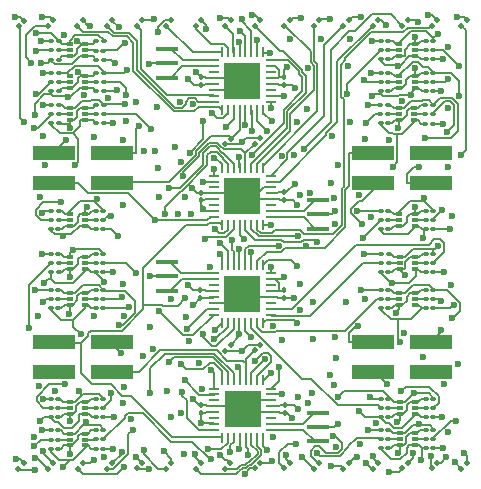
<source format=gbl>
G04 #@! TF.GenerationSoftware,KiCad,Pcbnew,7.0.2-6a45011f42~172~ubuntu22.04.1*
G04 #@! TF.CreationDate,2023-07-30T19:01:30-07:00*
G04 #@! TF.ProjectId,driver_40mm_atmega_v0p5,64726976-6572-45f3-9430-6d6d5f61746d,rev?*
G04 #@! TF.SameCoordinates,Original*
G04 #@! TF.FileFunction,Copper,L6,Bot*
G04 #@! TF.FilePolarity,Positive*
%FSLAX46Y46*%
G04 Gerber Fmt 4.6, Leading zero omitted, Abs format (unit mm)*
G04 Created by KiCad (PCBNEW 7.0.2-6a45011f42~172~ubuntu22.04.1) date 2023-07-30 19:01:30*
%MOMM*%
%LPD*%
G01*
G04 APERTURE LIST*
G04 Aperture macros list*
%AMRoundRect*
0 Rectangle with rounded corners*
0 $1 Rounding radius*
0 $2 $3 $4 $5 $6 $7 $8 $9 X,Y pos of 4 corners*
0 Add a 4 corners polygon primitive as box body*
4,1,4,$2,$3,$4,$5,$6,$7,$8,$9,$2,$3,0*
0 Add four circle primitives for the rounded corners*
1,1,$1+$1,$2,$3*
1,1,$1+$1,$4,$5*
1,1,$1+$1,$6,$7*
1,1,$1+$1,$8,$9*
0 Add four rect primitives between the rounded corners*
20,1,$1+$1,$2,$3,$4,$5,0*
20,1,$1+$1,$4,$5,$6,$7,0*
20,1,$1+$1,$6,$7,$8,$9,0*
20,1,$1+$1,$8,$9,$2,$3,0*%
G04 Aperture macros list end*
G04 #@! TA.AperFunction,SMDPad,CuDef*
%ADD10R,3.680000X1.270000*%
G04 #@! TD*
G04 #@! TA.AperFunction,SMDPad,CuDef*
%ADD11RoundRect,0.062500X-0.375000X-0.062500X0.375000X-0.062500X0.375000X0.062500X-0.375000X0.062500X0*%
G04 #@! TD*
G04 #@! TA.AperFunction,SMDPad,CuDef*
%ADD12RoundRect,0.062500X-0.062500X-0.375000X0.062500X-0.375000X0.062500X0.375000X-0.062500X0.375000X0*%
G04 #@! TD*
G04 #@! TA.AperFunction,SMDPad,CuDef*
%ADD13R,3.100000X3.100000*%
G04 #@! TD*
G04 #@! TA.AperFunction,SMDPad,CuDef*
%ADD14RoundRect,0.062500X0.375000X0.062500X-0.375000X0.062500X-0.375000X-0.062500X0.375000X-0.062500X0*%
G04 #@! TD*
G04 #@! TA.AperFunction,SMDPad,CuDef*
%ADD15RoundRect,0.062500X0.062500X0.375000X-0.062500X0.375000X-0.062500X-0.375000X0.062500X-0.375000X0*%
G04 #@! TD*
G04 #@! TA.AperFunction,SMDPad,CuDef*
%ADD16RoundRect,0.100000X-0.021213X-0.162635X0.162635X0.021213X0.021213X0.162635X-0.162635X-0.021213X0*%
G04 #@! TD*
G04 #@! TA.AperFunction,SMDPad,CuDef*
%ADD17RoundRect,0.100000X-0.130000X-0.100000X0.130000X-0.100000X0.130000X0.100000X-0.130000X0.100000X0*%
G04 #@! TD*
G04 #@! TA.AperFunction,SMDPad,CuDef*
%ADD18RoundRect,0.100000X0.130000X0.100000X-0.130000X0.100000X-0.130000X-0.100000X0.130000X-0.100000X0*%
G04 #@! TD*
G04 #@! TA.AperFunction,SMDPad,CuDef*
%ADD19R,0.478000X0.300000*%
G04 #@! TD*
G04 #@! TA.AperFunction,SMDPad,CuDef*
%ADD20RoundRect,0.100000X0.100000X-0.130000X0.100000X0.130000X-0.100000X0.130000X-0.100000X-0.130000X0*%
G04 #@! TD*
G04 #@! TA.AperFunction,SMDPad,CuDef*
%ADD21RoundRect,0.100000X0.021213X0.162635X-0.162635X-0.021213X-0.021213X-0.162635X0.162635X0.021213X0*%
G04 #@! TD*
G04 #@! TA.AperFunction,SMDPad,CuDef*
%ADD22RoundRect,0.100000X-0.100000X0.130000X-0.100000X-0.130000X0.100000X-0.130000X0.100000X0.130000X0*%
G04 #@! TD*
G04 #@! TA.AperFunction,SMDPad,CuDef*
%ADD23R,1.900000X0.400000*%
G04 #@! TD*
G04 #@! TA.AperFunction,ViaPad*
%ADD24C,0.600000*%
G04 #@! TD*
G04 #@! TA.AperFunction,Conductor*
%ADD25C,0.150000*%
G04 #@! TD*
G04 #@! TA.AperFunction,Conductor*
%ADD26C,0.200000*%
G04 #@! TD*
G04 APERTURE END LIST*
D10*
X81025000Y-80770000D03*
X85975000Y-80770000D03*
X81025000Y-78230000D03*
X85975000Y-78230000D03*
X81025000Y-64770000D03*
X85975000Y-64770000D03*
X81025000Y-62230000D03*
X85975000Y-62230000D03*
X54025000Y-80770000D03*
X58975000Y-80770000D03*
X54025000Y-78230000D03*
X58975000Y-78230000D03*
X54025000Y-64770000D03*
X58975000Y-64770000D03*
X54025000Y-62230000D03*
X58975000Y-62230000D03*
D11*
X67552500Y-57912500D03*
X67552500Y-57412500D03*
X67552500Y-56912500D03*
X67552500Y-56412500D03*
X67552500Y-55912500D03*
X67552500Y-55412500D03*
X67552500Y-54912500D03*
X67552500Y-54412500D03*
D12*
X68240000Y-53725000D03*
X68740000Y-53725000D03*
X69240000Y-53725000D03*
X69740000Y-53725000D03*
X70240000Y-53725000D03*
X70740000Y-53725000D03*
X71240000Y-53725000D03*
X71740000Y-53725000D03*
D11*
X72427500Y-54412500D03*
X72427500Y-54912500D03*
X72427500Y-55412500D03*
X72427500Y-55912500D03*
X72427500Y-56412500D03*
X72427500Y-56912500D03*
X72427500Y-57412500D03*
X72427500Y-57912500D03*
D12*
X71740000Y-58600000D03*
X71240000Y-58600000D03*
X70740000Y-58600000D03*
X70240000Y-58600000D03*
X69740000Y-58600000D03*
X69240000Y-58600000D03*
X68740000Y-58600000D03*
X68240000Y-58600000D03*
D13*
X69990000Y-56162500D03*
D14*
X72440000Y-82200000D03*
X72440000Y-82700000D03*
X72440000Y-83200000D03*
X72440000Y-83700000D03*
X72440000Y-84200000D03*
X72440000Y-84700000D03*
X72440000Y-85200000D03*
X72440000Y-85700000D03*
D15*
X71752500Y-86387500D03*
X71252500Y-86387500D03*
X70752500Y-86387500D03*
X70252500Y-86387500D03*
X69752500Y-86387500D03*
X69252500Y-86387500D03*
X68752500Y-86387500D03*
X68252500Y-86387500D03*
D14*
X67565000Y-85700000D03*
X67565000Y-85200000D03*
X67565000Y-84700000D03*
X67565000Y-84200000D03*
X67565000Y-83700000D03*
X67565000Y-83200000D03*
X67565000Y-82700000D03*
X67565000Y-82200000D03*
D15*
X68252500Y-81512500D03*
X68752500Y-81512500D03*
X69252500Y-81512500D03*
X69752500Y-81512500D03*
X70252500Y-81512500D03*
X70752500Y-81512500D03*
X71252500Y-81512500D03*
X71752500Y-81512500D03*
D13*
X70002500Y-83950000D03*
D14*
X72427500Y-64177500D03*
X72427500Y-64677500D03*
X72427500Y-65177500D03*
X72427500Y-65677500D03*
X72427500Y-66177500D03*
X72427500Y-66677500D03*
X72427500Y-67177500D03*
X72427500Y-67677500D03*
D15*
X71740000Y-68365000D03*
X71240000Y-68365000D03*
X70740000Y-68365000D03*
X70240000Y-68365000D03*
X69740000Y-68365000D03*
X69240000Y-68365000D03*
X68740000Y-68365000D03*
X68240000Y-68365000D03*
D14*
X67552500Y-67677500D03*
X67552500Y-67177500D03*
X67552500Y-66677500D03*
X67552500Y-66177500D03*
X67552500Y-65677500D03*
X67552500Y-65177500D03*
X67552500Y-64677500D03*
X67552500Y-64177500D03*
D15*
X68240000Y-63490000D03*
X68740000Y-63490000D03*
X69240000Y-63490000D03*
X69740000Y-63490000D03*
X70240000Y-63490000D03*
X70740000Y-63490000D03*
X71240000Y-63490000D03*
X71740000Y-63490000D03*
D13*
X69990000Y-65927500D03*
D11*
X67542500Y-75950000D03*
X67542500Y-75450000D03*
X67542500Y-74950000D03*
X67542500Y-74450000D03*
X67542500Y-73950000D03*
X67542500Y-73450000D03*
X67542500Y-72950000D03*
X67542500Y-72450000D03*
D12*
X68230000Y-71762500D03*
X68730000Y-71762500D03*
X69230000Y-71762500D03*
X69730000Y-71762500D03*
X70230000Y-71762500D03*
X70730000Y-71762500D03*
X71230000Y-71762500D03*
X71730000Y-71762500D03*
D11*
X72417500Y-72450000D03*
X72417500Y-72950000D03*
X72417500Y-73450000D03*
X72417500Y-73950000D03*
X72417500Y-74450000D03*
X72417500Y-74950000D03*
X72417500Y-75450000D03*
X72417500Y-75950000D03*
D12*
X71730000Y-76637500D03*
X71230000Y-76637500D03*
X70730000Y-76637500D03*
X70230000Y-76637500D03*
X69730000Y-76637500D03*
X69230000Y-76637500D03*
X68730000Y-76637500D03*
X68230000Y-76637500D03*
D13*
X69980000Y-74200000D03*
D16*
X71027726Y-51472274D03*
X71480274Y-51019726D03*
D17*
X53770000Y-86520000D03*
X54410000Y-86520000D03*
X81713000Y-83080000D03*
X82353000Y-83080000D03*
D18*
X58235000Y-58970000D03*
X57595000Y-58970000D03*
D19*
X56658000Y-55740000D03*
X56658000Y-56240000D03*
X56658000Y-56740000D03*
X55382000Y-56740000D03*
X55382000Y-56240000D03*
X55382000Y-55740000D03*
D17*
X53790000Y-54350000D03*
X54430000Y-54350000D03*
X81708000Y-84610000D03*
X82348000Y-84610000D03*
D16*
X56027726Y-88972274D03*
X56480274Y-88519726D03*
D18*
X86163000Y-84600000D03*
X85523000Y-84600000D03*
D16*
X51023726Y-88976274D03*
X51476274Y-88523726D03*
D17*
X81695000Y-68720000D03*
X82335000Y-68720000D03*
X81715000Y-70770000D03*
X82355000Y-70770000D03*
X53765000Y-73850000D03*
X54405000Y-73850000D03*
D18*
X58208000Y-84610000D03*
X57568000Y-84610000D03*
D16*
X66027726Y-51472274D03*
X66480274Y-51019726D03*
X71037726Y-88962274D03*
X71490274Y-88509726D03*
D18*
X58225000Y-54350000D03*
X57585000Y-54350000D03*
X58240000Y-52790000D03*
X57600000Y-52790000D03*
X58215000Y-67180000D03*
X57575000Y-67180000D03*
X58235000Y-59740000D03*
X57595000Y-59740000D03*
D16*
X86037726Y-88962274D03*
X86490274Y-88509726D03*
X88527726Y-51482274D03*
X88980274Y-51029726D03*
D17*
X81675000Y-58980000D03*
X82315000Y-58980000D03*
D16*
X63517726Y-51482274D03*
X63970274Y-51029726D03*
D18*
X58215000Y-86510000D03*
X57575000Y-86510000D03*
D16*
X66027726Y-88972274D03*
X66480274Y-88519726D03*
D19*
X84558000Y-67450000D03*
X84558000Y-67950000D03*
X84558000Y-68450000D03*
X83282000Y-68450000D03*
X83282000Y-67950000D03*
X83282000Y-67450000D03*
D17*
X53770000Y-68730000D03*
X54410000Y-68730000D03*
D18*
X86145000Y-75410000D03*
X85505000Y-75410000D03*
D16*
X73537726Y-88962274D03*
X73990274Y-88509726D03*
D18*
X58215000Y-70800000D03*
X57575000Y-70800000D03*
D20*
X66430000Y-74535000D03*
X66430000Y-73895000D03*
D16*
X78530026Y-88969974D03*
X78982574Y-88517426D03*
D21*
X68999974Y-61040026D03*
X68547426Y-61492574D03*
D16*
X81017726Y-88982274D03*
X81470274Y-88529726D03*
D17*
X53790000Y-52800000D03*
X54430000Y-52800000D03*
D22*
X73552500Y-83631000D03*
X73552500Y-84271000D03*
D18*
X58215000Y-74620000D03*
X57575000Y-74620000D03*
X86145000Y-55480000D03*
X85505000Y-55480000D03*
D17*
X53768000Y-83060000D03*
X54408000Y-83060000D03*
D20*
X66450000Y-56485000D03*
X66450000Y-55845000D03*
D19*
X56628000Y-74120000D03*
X56628000Y-74620000D03*
X56628000Y-75120000D03*
X55352000Y-75120000D03*
X55352000Y-74620000D03*
X55352000Y-74120000D03*
D17*
X81703000Y-85720000D03*
X82343000Y-85720000D03*
D18*
X86163000Y-83830000D03*
X85523000Y-83830000D03*
D17*
X53768000Y-84610000D03*
X54408000Y-84610000D03*
D18*
X58218000Y-83070000D03*
X57578000Y-83070000D03*
D16*
X53527726Y-51482274D03*
X53980274Y-51029726D03*
D19*
X84560000Y-74120000D03*
X84560000Y-74620000D03*
X84560000Y-75120000D03*
X83284000Y-75120000D03*
X83284000Y-74620000D03*
X83284000Y-74120000D03*
D17*
X53790000Y-59750000D03*
X54430000Y-59750000D03*
D16*
X68520026Y-88979974D03*
X68972574Y-88527426D03*
D17*
X53775000Y-72340000D03*
X54415000Y-72340000D03*
X53803000Y-57020000D03*
X54443000Y-57020000D03*
D18*
X86153000Y-87260000D03*
X85513000Y-87260000D03*
X86145000Y-56250000D03*
X85505000Y-56250000D03*
D16*
X68527726Y-51482274D03*
X68980274Y-51029726D03*
D22*
X73540000Y-65596500D03*
X73540000Y-66236500D03*
D17*
X53765000Y-85750000D03*
X54405000Y-85750000D03*
D18*
X86143000Y-54330000D03*
X85503000Y-54330000D03*
D16*
X76027726Y-51482274D03*
X76480274Y-51029726D03*
D23*
X76400000Y-84275000D03*
X76400000Y-85475000D03*
X76400000Y-86675000D03*
D18*
X58243000Y-56250000D03*
X57603000Y-56250000D03*
X58235000Y-58200000D03*
X57595000Y-58200000D03*
D16*
X83533726Y-88966274D03*
X83986274Y-88513726D03*
D19*
X56630000Y-71070000D03*
X56630000Y-71570000D03*
X56630000Y-72070000D03*
X55354000Y-72070000D03*
X55354000Y-71570000D03*
X55354000Y-71070000D03*
D22*
X73530000Y-55855000D03*
X73530000Y-56495000D03*
D18*
X86143000Y-53560000D03*
X85503000Y-53560000D03*
D22*
X73520000Y-73895000D03*
X73520000Y-74535000D03*
D18*
X58215000Y-71570000D03*
X57575000Y-71570000D03*
X58210000Y-85740000D03*
X57570000Y-85740000D03*
D16*
X86027726Y-51472274D03*
X86480274Y-51019726D03*
D18*
X58220000Y-53580000D03*
X57580000Y-53580000D03*
D17*
X53765000Y-74620000D03*
X54405000Y-74620000D03*
D18*
X86155000Y-71540000D03*
X85515000Y-71540000D03*
D23*
X76375000Y-66250000D03*
X76375000Y-67450000D03*
X76375000Y-68650000D03*
D17*
X81695000Y-74620000D03*
X82335000Y-74620000D03*
D16*
X88527726Y-88972274D03*
X88980274Y-88519726D03*
D17*
X81685000Y-59750000D03*
X82325000Y-59750000D03*
D16*
X58527726Y-88972274D03*
X58980274Y-88519726D03*
D17*
X81703000Y-87270000D03*
X82343000Y-87270000D03*
X53803000Y-56230000D03*
X54443000Y-56230000D03*
X81713000Y-86490000D03*
X82353000Y-86490000D03*
D16*
X53527726Y-88972274D03*
X53980274Y-88519726D03*
X61037726Y-88962274D03*
X61490274Y-88509726D03*
X78527726Y-51482274D03*
X78980274Y-51029726D03*
D18*
X86158000Y-83060000D03*
X85518000Y-83060000D03*
D17*
X81695000Y-57010000D03*
X82335000Y-57010000D03*
D18*
X86153000Y-86490000D03*
X85513000Y-86490000D03*
D17*
X81703000Y-53550000D03*
X82343000Y-53550000D03*
D16*
X81017726Y-51472274D03*
X81470274Y-51019726D03*
D17*
X53765000Y-87290000D03*
X54405000Y-87290000D03*
X53790000Y-53570000D03*
X54430000Y-53570000D03*
D19*
X56646000Y-58470000D03*
X56646000Y-58970000D03*
X56646000Y-59470000D03*
X55370000Y-59470000D03*
X55370000Y-58970000D03*
X55370000Y-58470000D03*
D17*
X81713000Y-83840000D03*
X82353000Y-83840000D03*
X53780000Y-67180000D03*
X54420000Y-67180000D03*
X53803000Y-55470000D03*
X54443000Y-55470000D03*
D18*
X86145000Y-73870000D03*
X85505000Y-73870000D03*
D17*
X81695000Y-73860000D03*
X82335000Y-73860000D03*
D16*
X83523726Y-51476274D03*
X83976274Y-51023726D03*
D19*
X56635000Y-67450000D03*
X56635000Y-67950000D03*
X56635000Y-68450000D03*
X55359000Y-68450000D03*
X55359000Y-67950000D03*
X55359000Y-67450000D03*
D18*
X86145000Y-67180000D03*
X85505000Y-67180000D03*
X58210000Y-73860000D03*
X57570000Y-73860000D03*
D16*
X73527726Y-51472274D03*
X73980274Y-51019726D03*
D19*
X84556000Y-53050000D03*
X84556000Y-53550000D03*
X84556000Y-54050000D03*
X83280000Y-54050000D03*
X83280000Y-53550000D03*
X83280000Y-53050000D03*
D17*
X53775000Y-71570000D03*
X54415000Y-71570000D03*
X53773000Y-83830000D03*
X54413000Y-83830000D03*
D19*
X83300000Y-84340000D03*
X83300000Y-83840000D03*
X83300000Y-83340000D03*
X84576000Y-83340000D03*
X84576000Y-83840000D03*
X84576000Y-84340000D03*
D16*
X63527726Y-88972274D03*
X63980274Y-88519726D03*
X71009726Y-61480274D03*
X71462274Y-61027726D03*
D17*
X81695000Y-56240000D03*
X82335000Y-56240000D03*
D21*
X68980274Y-78539726D03*
X68527726Y-78992274D03*
D19*
X84540000Y-58480000D03*
X84540000Y-58980000D03*
X84540000Y-59480000D03*
X83264000Y-59480000D03*
X83264000Y-58980000D03*
X83264000Y-58480000D03*
D18*
X86145000Y-57020000D03*
X85505000Y-57020000D03*
X58215000Y-87280000D03*
X57575000Y-87280000D03*
X86125000Y-59760000D03*
X85485000Y-59760000D03*
D16*
X51037726Y-51502274D03*
X51490274Y-51049726D03*
D17*
X53775000Y-58220000D03*
X54415000Y-58220000D03*
D16*
X61017726Y-51482274D03*
X61470274Y-51029726D03*
D18*
X58243000Y-57030000D03*
X57603000Y-57030000D03*
D19*
X56645000Y-53070000D03*
X56645000Y-53570000D03*
X56645000Y-54070000D03*
X55369000Y-54070000D03*
X55369000Y-53570000D03*
X55369000Y-53070000D03*
D16*
X71027726Y-78962274D03*
X71480274Y-78509726D03*
D18*
X86125000Y-58210000D03*
X85485000Y-58210000D03*
D17*
X53780000Y-58980000D03*
X54420000Y-58980000D03*
D23*
X63575000Y-73900000D03*
X63575000Y-72700000D03*
X63575000Y-71500000D03*
D17*
X81675000Y-58210000D03*
X82315000Y-58210000D03*
D19*
X84558000Y-55750000D03*
X84558000Y-56250000D03*
X84558000Y-56750000D03*
X83282000Y-56750000D03*
X83282000Y-56250000D03*
X83282000Y-55750000D03*
X56626000Y-86020000D03*
X56626000Y-86520000D03*
X56626000Y-87020000D03*
X55350000Y-87020000D03*
X55350000Y-86520000D03*
X55350000Y-86020000D03*
X84568000Y-85990000D03*
X84568000Y-86490000D03*
X84568000Y-86990000D03*
X83292000Y-86990000D03*
X83292000Y-86490000D03*
X83292000Y-85990000D03*
D18*
X58243000Y-55480000D03*
X57603000Y-55480000D03*
X86143000Y-52790000D03*
X85503000Y-52790000D03*
D17*
X81695000Y-55480000D03*
X82335000Y-55480000D03*
D20*
X66460000Y-84270000D03*
X66460000Y-83630000D03*
D18*
X58220000Y-68720000D03*
X57580000Y-68720000D03*
D17*
X81685000Y-67180000D03*
X82325000Y-67180000D03*
D19*
X84570000Y-71040000D03*
X84570000Y-71540000D03*
X84570000Y-72040000D03*
X83294000Y-72040000D03*
X83294000Y-71540000D03*
X83294000Y-71040000D03*
D18*
X86145000Y-68730000D03*
X85505000Y-68730000D03*
D17*
X81703000Y-54320000D03*
X82343000Y-54320000D03*
D18*
X86155000Y-70770000D03*
X85515000Y-70770000D03*
D23*
X63575000Y-55875000D03*
X63575000Y-54675000D03*
X63575000Y-53475000D03*
D18*
X86155000Y-72310000D03*
X85515000Y-72310000D03*
X58220000Y-67950000D03*
X57580000Y-67950000D03*
D16*
X76027726Y-88982274D03*
X76480274Y-88529726D03*
D18*
X58215000Y-72340000D03*
X57575000Y-72340000D03*
X58215000Y-75390000D03*
X57575000Y-75390000D03*
D17*
X81695000Y-67950000D03*
X82335000Y-67950000D03*
X53765000Y-75390000D03*
X54405000Y-75390000D03*
D18*
X86153000Y-85720000D03*
X85513000Y-85720000D03*
D17*
X53780000Y-67940000D03*
X54420000Y-67940000D03*
D18*
X58213000Y-83840000D03*
X57573000Y-83840000D03*
D17*
X81715000Y-71540000D03*
X82355000Y-71540000D03*
X81700000Y-75390000D03*
X82340000Y-75390000D03*
X53770000Y-70790000D03*
X54410000Y-70790000D03*
D19*
X56628000Y-83340000D03*
X56628000Y-83840000D03*
X56628000Y-84340000D03*
X55352000Y-84340000D03*
X55352000Y-83840000D03*
X55352000Y-83340000D03*
D18*
X86125000Y-58980000D03*
X85485000Y-58980000D03*
X86145000Y-74640000D03*
X85505000Y-74640000D03*
X86145000Y-67950000D03*
X85505000Y-67950000D03*
D16*
X58517726Y-51482274D03*
X58970274Y-51029726D03*
X56013726Y-51476274D03*
X56466274Y-51023726D03*
D20*
X66450000Y-66275000D03*
X66450000Y-65635000D03*
D17*
X81703000Y-52780000D03*
X82343000Y-52780000D03*
X81705000Y-72310000D03*
X82345000Y-72310000D03*
D24*
X86940000Y-87270000D03*
X80950000Y-52780000D03*
X59220000Y-54670000D03*
X53100000Y-83070000D03*
X53010000Y-67310000D03*
X59387184Y-56962400D03*
X55030000Y-61170000D03*
X80000000Y-73850000D03*
X52910000Y-52800000D03*
X80280000Y-70770000D03*
X59080000Y-84610000D03*
X86950000Y-59760000D03*
X86880000Y-84600000D03*
X66448400Y-85123000D03*
X53020000Y-70800000D03*
X60390000Y-75290000D03*
X80630000Y-85710000D03*
X65418900Y-55981100D03*
X53080000Y-55470000D03*
X58990000Y-72320000D03*
X86810000Y-57020000D03*
X65770000Y-75120000D03*
X74670000Y-83930000D03*
X80820000Y-82910000D03*
X69980000Y-61310000D03*
X87867000Y-75138200D03*
X73750000Y-55000000D03*
X74430000Y-64880000D03*
X79680000Y-67180000D03*
X80580000Y-58220000D03*
X80890000Y-55480000D03*
X73510000Y-72760000D03*
X53030000Y-85750000D03*
X69960000Y-79020000D03*
X87020000Y-72320000D03*
X86940000Y-54340000D03*
X52460000Y-73850000D03*
X87520000Y-68730000D03*
X66670000Y-67020000D03*
X53060000Y-58220000D03*
X59000000Y-59740000D03*
X59430000Y-69310000D03*
X59010000Y-87330000D03*
X51457700Y-59596900D03*
X68583600Y-60045600D03*
X52398900Y-89088900D03*
X71910600Y-79704000D03*
X70204000Y-89419100D03*
X66659100Y-77594000D03*
X67407200Y-58905000D03*
X52116500Y-54617500D03*
X71007700Y-79899600D03*
X52440000Y-88070000D03*
X74526400Y-86870000D03*
X67601600Y-78037200D03*
X72396800Y-80897500D03*
X59966900Y-88827600D03*
X67660200Y-77207300D03*
X75001500Y-87956100D03*
X73041500Y-80347900D03*
X60694600Y-85672800D03*
X62929000Y-75633200D03*
X65079500Y-87738200D03*
X77469000Y-88783000D03*
X62065700Y-89016400D03*
X73304600Y-82635200D03*
X80425200Y-88473100D03*
X65300000Y-77160500D03*
X72050000Y-87390000D03*
X61610000Y-87380000D03*
X75174900Y-61891300D03*
X72409000Y-68321500D03*
X68106900Y-70830400D03*
X82390000Y-89229500D03*
X68059500Y-69900987D03*
X85989900Y-87948800D03*
X74656600Y-69299200D03*
X88521000Y-62395500D03*
X87985200Y-88448900D03*
X69130000Y-69590000D03*
X61219600Y-59962600D03*
X69912500Y-50891200D03*
X59720000Y-79180000D03*
X68945500Y-87555500D03*
X66780000Y-69529500D03*
X80092893Y-68300000D03*
X70720000Y-70640000D03*
X86810000Y-77270000D03*
X65147900Y-74570100D03*
X74599900Y-71825800D03*
X72333400Y-53750000D03*
X67677400Y-68703400D03*
X71240000Y-52704600D03*
X75370300Y-70125900D03*
X67092400Y-87344551D03*
X79770600Y-76895200D03*
X69730000Y-77581600D03*
X73540000Y-57470000D03*
X60020000Y-52950000D03*
X61007900Y-72416500D03*
X65083900Y-81504400D03*
X66689000Y-64744700D03*
X88286600Y-54907200D03*
X52488200Y-52108200D03*
X55618000Y-70483500D03*
X86526400Y-52178100D03*
X86515600Y-70100100D03*
X72428800Y-58473000D03*
X52540000Y-53593400D03*
X51949900Y-77109000D03*
X67365100Y-80601500D03*
X67552500Y-63593400D03*
X78828500Y-57228500D03*
X52936800Y-54657000D03*
X63951000Y-74636800D03*
X53175100Y-73282300D03*
X67237500Y-71885700D03*
X58225900Y-73139700D03*
X83138900Y-54865000D03*
X78915400Y-54887100D03*
X75988800Y-74899700D03*
X78718900Y-74837900D03*
X80389500Y-74610500D03*
X87640000Y-73430000D03*
X82639200Y-73252800D03*
X72455800Y-59549700D03*
X60150000Y-57320300D03*
X64761000Y-80149700D03*
X59811900Y-74428300D03*
X87413500Y-55988500D03*
X67599275Y-62655675D03*
X86802500Y-74769100D03*
X74614500Y-76651300D03*
X60180000Y-55250000D03*
X62153100Y-77030900D03*
X59573200Y-76794600D03*
X65219800Y-76139300D03*
X88363100Y-57439100D03*
X74873500Y-75508500D03*
X83692400Y-77473800D03*
X77822300Y-77801000D03*
X87731600Y-76189500D03*
X52496300Y-57300000D03*
X72103011Y-60399589D03*
X63760000Y-79990000D03*
X53089600Y-74866800D03*
X80281900Y-56074600D03*
X77762300Y-66078500D03*
X63471300Y-67402900D03*
X62769500Y-58404500D03*
X52404000Y-59062600D03*
X55238100Y-57526500D03*
X56303100Y-77619400D03*
X61601900Y-79457100D03*
X80960200Y-57443600D03*
X84263000Y-57353200D03*
X77890000Y-79610000D03*
X83291800Y-78280400D03*
X85292000Y-79500000D03*
X75932700Y-77972500D03*
X70828400Y-60420700D03*
X62247900Y-60265900D03*
X62170000Y-82617600D03*
X58865100Y-82589800D03*
X87328000Y-60488100D03*
X63743900Y-65188800D03*
X60118700Y-59537200D03*
X60058500Y-58124400D03*
X59935000Y-82087700D03*
X63628300Y-82404900D03*
X52744000Y-81979900D03*
X56128000Y-82437200D03*
X85437000Y-60962000D03*
X80360000Y-61055700D03*
X87042000Y-81836300D03*
X77697000Y-81903600D03*
X79850300Y-84136000D03*
X70242900Y-59872200D03*
X52350000Y-60150000D03*
X69593700Y-80338800D03*
X54960000Y-81829502D03*
X69657800Y-62615200D03*
X80485200Y-59715600D03*
X70700000Y-77820000D03*
X83435400Y-82401500D03*
X55772900Y-63291800D03*
X61666500Y-62078900D03*
X62878300Y-63564100D03*
X60559000Y-84772100D03*
X63941300Y-84620200D03*
X52860000Y-84935400D03*
X79895400Y-65836700D03*
X82716700Y-63402500D03*
X78069700Y-82903900D03*
X84488100Y-82555200D03*
X58842800Y-67580300D03*
X69688000Y-52857000D03*
X67344361Y-88197987D03*
X70422500Y-87852192D03*
X86898800Y-67092400D03*
X76297700Y-69760500D03*
X88080500Y-84970000D03*
X69719600Y-70361100D03*
X59887600Y-66687400D03*
X52837000Y-66006300D03*
X62925700Y-66017500D03*
X57710300Y-66184100D03*
X52310000Y-86270000D03*
X64758900Y-84260900D03*
X56706400Y-85003800D03*
X80883500Y-67690100D03*
X85364200Y-66035000D03*
X75713100Y-65623800D03*
X77889800Y-87110200D03*
X84968100Y-85212500D03*
X72594300Y-86343100D03*
X79910100Y-86873300D03*
X54649600Y-66427300D03*
X69770900Y-51896400D03*
X52335901Y-87074099D03*
X58290000Y-87970000D03*
X69707346Y-87285154D03*
X80173400Y-69471600D03*
X70080000Y-69556700D03*
X73071800Y-70099400D03*
X76295400Y-87647900D03*
X54828400Y-69318400D03*
X54792200Y-88850000D03*
X85249400Y-69458000D03*
X85090800Y-88261700D03*
X72417500Y-71876400D03*
X64910000Y-82504000D03*
X70793100Y-62415900D03*
X62610700Y-67959200D03*
X66020000Y-55412000D03*
X84560000Y-55080000D03*
X65757803Y-65257505D03*
X55352000Y-84990000D03*
X65760000Y-83070000D03*
X56820000Y-66850000D03*
X55340000Y-75860000D03*
X55370000Y-60100000D03*
X62160000Y-72700000D03*
X74441100Y-56760000D03*
X74370000Y-74530000D03*
X56014800Y-52798600D03*
X78046800Y-85203200D03*
X55360000Y-72760000D03*
X84560000Y-52460000D03*
X83130000Y-87680000D03*
X82200000Y-81840000D03*
X65360000Y-73439500D03*
X74220000Y-84700500D03*
X77830700Y-67201711D03*
X83130000Y-60160000D03*
X83710000Y-72600000D03*
X84560000Y-66820000D03*
X55360000Y-87750000D03*
X83070000Y-85060000D03*
X56030000Y-55360000D03*
X74620000Y-66620000D03*
X62060000Y-54680000D03*
X83000000Y-75790000D03*
X50730950Y-50710950D03*
X53020000Y-50710000D03*
X54903500Y-52294900D03*
X53245100Y-63291800D03*
X53090800Y-60853200D03*
X56592900Y-57381300D03*
X57403200Y-60907100D03*
X57095500Y-51470500D03*
X59496600Y-51574600D03*
X59896300Y-61129200D03*
X58632118Y-57586025D03*
X62583500Y-62078900D03*
X60978100Y-57899500D03*
X62525806Y-50882443D03*
X64744900Y-63000400D03*
X64568800Y-67453300D03*
X62795100Y-52025900D03*
X64696800Y-57942900D03*
X64244300Y-61725000D03*
X65519700Y-62225600D03*
X66893600Y-51796100D03*
X65780100Y-58139900D03*
X65663500Y-67459100D03*
X65116700Y-66018400D03*
X66631200Y-59543700D03*
X68094700Y-50845200D03*
X50791600Y-88206300D03*
X53103900Y-87505000D03*
X54092900Y-82413400D03*
X52640000Y-76040000D03*
X57400400Y-88218100D03*
X57392700Y-76041600D03*
X59896500Y-73375000D03*
X59893200Y-83407100D03*
X59784700Y-87570800D03*
X59934900Y-76045800D03*
X60940000Y-88030000D03*
X63313300Y-87489000D03*
X62456200Y-78819900D03*
X66330000Y-80028800D03*
X65430000Y-78160000D03*
X65995100Y-87714600D03*
X66527600Y-82220200D03*
X68120746Y-87844051D03*
X70810700Y-50609600D03*
X73298300Y-62487800D03*
X74041000Y-52602000D03*
X74950000Y-50850000D03*
X74324600Y-62428000D03*
X74584900Y-59628400D03*
X75560700Y-55061200D03*
X74894900Y-65801300D03*
X75440800Y-58490900D03*
X76670400Y-52595200D03*
X77445500Y-64812700D03*
X77440000Y-50900000D03*
X77594600Y-60798500D03*
X79092900Y-59624400D03*
X78045900Y-63262200D03*
X80006800Y-50726800D03*
X77831300Y-68230300D03*
X79092900Y-52590300D03*
X82144300Y-51458500D03*
X82399600Y-61132600D03*
X84860000Y-51179500D03*
X83454600Y-57816400D03*
X87402300Y-53309300D03*
X87398300Y-63407100D03*
X85692004Y-50597997D03*
X87394500Y-58407100D03*
X87700000Y-67620000D03*
X88170000Y-50770000D03*
X72525900Y-88304700D03*
X73358300Y-78067300D03*
X74650100Y-82897000D03*
X74895200Y-73384400D03*
X72550100Y-76910600D03*
X73641000Y-87785200D03*
X77690200Y-86207300D03*
X77361800Y-81028200D03*
X75540300Y-83404100D03*
X75916300Y-82568400D03*
X79685400Y-87972900D03*
X81271800Y-85152300D03*
X81046000Y-87890800D03*
X84399000Y-87676200D03*
X88254000Y-80110700D03*
X87397000Y-85907100D03*
X87251700Y-88029000D03*
X88783800Y-87630600D03*
X64989000Y-64204700D03*
X84906400Y-63441600D03*
D25*
X70810700Y-50609600D02*
X71070200Y-50609600D01*
X71070200Y-50609600D02*
X71480300Y-51019700D01*
X69912600Y-50891300D02*
X69912600Y-51069000D01*
X69912500Y-50891200D02*
X69912600Y-50891300D01*
X69912600Y-51069000D02*
X70739800Y-51896200D01*
X70739800Y-51896200D02*
X70739800Y-53724800D01*
X70739800Y-53724800D02*
X70740000Y-53725000D01*
X78328400Y-57489200D02*
X78328400Y-54766900D01*
X78434700Y-68334200D02*
X78434700Y-65246000D01*
X78708400Y-54387000D02*
X78708400Y-54243300D01*
X78546000Y-57706800D02*
X78328400Y-57489200D01*
X78546000Y-65134700D02*
X78546000Y-57706800D01*
X71549400Y-69047000D02*
X72453100Y-69047000D01*
X77695100Y-69073800D02*
X78434700Y-68334200D01*
X83983200Y-51685000D02*
X85815000Y-51685000D01*
X78434700Y-65246000D02*
X78546000Y-65134700D01*
X75174900Y-69073800D02*
X77695100Y-69073800D01*
X72453100Y-69047000D02*
X72719200Y-68780900D01*
X78708400Y-54243300D02*
X80905200Y-52046500D01*
X74882000Y-68780900D02*
X75174900Y-69073800D01*
X71240000Y-68737600D02*
X71549400Y-69047000D01*
X72719200Y-68780900D02*
X74882000Y-68780900D01*
X71240000Y-68365000D02*
X71240000Y-68737600D01*
X78328400Y-54766900D02*
X78708300Y-54387000D01*
X78708300Y-54387000D02*
X78708400Y-54387000D01*
X80905200Y-52046500D02*
X83621700Y-52046500D01*
X83621700Y-52046500D02*
X83983200Y-51685000D01*
X85815000Y-51685000D02*
X86027726Y-51472274D01*
X85692004Y-50597997D02*
X86058597Y-50597997D01*
X86058597Y-50597997D02*
X86480300Y-51019700D01*
X83130000Y-53050000D02*
X84220000Y-51960000D01*
X84220000Y-51960000D02*
X85541500Y-51960000D01*
X85541500Y-51960000D02*
X86143000Y-52561500D01*
X84704200Y-51023700D02*
X83976300Y-51023700D01*
X84860000Y-51179500D02*
X84704200Y-51023700D01*
X88720600Y-50770000D02*
X88980300Y-51029700D01*
X88170000Y-50770000D02*
X88720600Y-50770000D01*
X80006800Y-50726800D02*
X79283200Y-50726800D01*
X79283200Y-50726800D02*
X78980300Y-51029700D01*
X83523700Y-51476300D02*
X82559900Y-50512500D01*
X80927500Y-50512500D02*
X79494500Y-51945500D01*
X79030400Y-51945500D02*
X77474300Y-53501600D01*
X82559900Y-50512500D02*
X80927500Y-50512500D01*
X79494500Y-51945500D02*
X79030400Y-51945500D01*
X77474300Y-53501600D02*
X77474300Y-59591900D01*
X77474300Y-59591900D02*
X75174900Y-61891300D01*
X74950000Y-50850000D02*
X74150000Y-50850000D01*
X74150000Y-50850000D02*
X73980300Y-51019700D01*
X77440000Y-50900000D02*
X76610000Y-50900000D01*
X76610000Y-50900000D02*
X76480300Y-51029700D01*
X51151550Y-50710950D02*
X51490300Y-51049700D01*
X50730950Y-50710950D02*
X51151550Y-50710950D01*
X53020000Y-50710000D02*
X53660600Y-50710000D01*
X53660600Y-50710000D02*
X53980300Y-51029700D01*
X59966900Y-88827600D02*
X59359591Y-89434909D01*
X59359591Y-89434909D02*
X58382249Y-89434909D01*
X58382249Y-89434909D02*
X58377340Y-89430000D01*
X58377340Y-89430000D02*
X56485400Y-89430000D01*
X56485400Y-89430000D02*
X56027700Y-88972300D01*
X82390000Y-89229500D02*
X83270500Y-89229500D01*
X83270500Y-89229500D02*
X83533700Y-88966300D01*
X54792200Y-88850000D02*
X55357600Y-88284600D01*
X55357600Y-88284600D02*
X55357600Y-88256000D01*
X51136300Y-89088900D02*
X51023700Y-88976300D01*
X52398900Y-89088900D02*
X51136300Y-89088900D01*
X52440000Y-88070000D02*
X52625400Y-88070000D01*
X52625400Y-88070000D02*
X53527700Y-88972300D01*
X62525806Y-50882443D02*
X62378549Y-51029700D01*
X62378549Y-51029700D02*
X61470300Y-51029700D01*
X55354000Y-71070000D02*
X55354000Y-70747500D01*
X55354000Y-70747500D02*
X55618000Y-70483500D01*
X53768000Y-84610000D02*
X53185400Y-84610000D01*
X53185400Y-84610000D02*
X52860000Y-84935400D01*
X56628000Y-75120000D02*
X56628000Y-75408300D01*
X56628000Y-75408300D02*
X55648400Y-76387900D01*
X86260000Y-70360000D02*
X86155000Y-70465000D01*
X86155000Y-70465000D02*
X86155000Y-70770000D01*
X86515600Y-70100100D02*
X86515600Y-70104400D01*
X86515600Y-70104400D02*
X86260000Y-70360000D01*
X86260000Y-70360000D02*
X86253600Y-70353600D01*
X86253600Y-70353600D02*
X84419500Y-70353600D01*
X84419500Y-70353600D02*
X83733100Y-71040000D01*
X83733100Y-71040000D02*
X83294000Y-71040000D01*
X83264000Y-59480000D02*
X83264000Y-60026000D01*
X83264000Y-60026000D02*
X83130000Y-60160000D01*
X83719100Y-53536500D02*
X84205600Y-53050000D01*
X84205600Y-53050000D02*
X84556000Y-53050000D01*
X83264000Y-58480000D02*
X83653000Y-58480000D01*
X83653000Y-58480000D02*
X84279800Y-57853200D01*
X84279800Y-57853200D02*
X85187536Y-57853200D01*
X85187536Y-57853200D02*
X85230736Y-57810000D01*
X85230736Y-57810000D02*
X85780000Y-57810000D01*
X85780000Y-57810000D02*
X86125000Y-58155000D01*
X86125000Y-58155000D02*
X86125000Y-58210000D01*
X73060000Y-73920000D02*
X73030000Y-73950000D01*
X67492500Y-74500000D02*
X67542500Y-74450000D01*
X66822500Y-66177500D02*
X67552500Y-66177500D01*
X59319584Y-57030000D02*
X58243000Y-57030000D01*
X52460000Y-73850000D02*
X53765000Y-73850000D01*
X68557500Y-61502600D02*
X69787400Y-61502600D01*
X53110000Y-83060000D02*
X53100000Y-83070000D01*
X66820000Y-84270000D02*
X66890000Y-84200000D01*
X65845000Y-75120000D02*
X66430000Y-74535000D01*
X66450000Y-66640000D02*
X66450000Y-66275000D01*
X73540000Y-65596500D02*
X73713500Y-65596500D01*
X58215000Y-75390000D02*
X60290000Y-75390000D01*
X80590000Y-58210000D02*
X81675000Y-58210000D01*
X87595200Y-75410000D02*
X86145000Y-75410000D01*
X73552500Y-83631000D02*
X74371000Y-83631000D01*
X73100000Y-83700000D02*
X72440000Y-83700000D01*
X58840000Y-68720000D02*
X59430000Y-69310000D01*
X71452200Y-61017600D02*
X70272400Y-61017600D01*
X87010000Y-72310000D02*
X87020000Y-72320000D01*
X66448400Y-85123000D02*
X67488000Y-85123000D01*
X53780000Y-67180000D02*
X53140000Y-67180000D01*
X66817500Y-56412500D02*
X67552500Y-56412500D01*
X66460000Y-84270000D02*
X66460000Y-85111400D01*
X58225000Y-54350000D02*
X58900000Y-54350000D01*
X86145000Y-57020000D02*
X86810000Y-57020000D01*
X68527700Y-78992300D02*
X68555400Y-79020000D01*
X52910000Y-52800000D02*
X53790000Y-52800000D01*
X72427500Y-65677500D02*
X72952500Y-65677500D01*
X80630000Y-85710000D02*
X80640000Y-85720000D01*
X59387184Y-56962400D02*
X59319584Y-57030000D01*
X86145000Y-68730000D02*
X87520000Y-68730000D01*
X53775000Y-58220000D02*
X53060000Y-58220000D01*
X80280000Y-70770000D02*
X81715000Y-70770000D01*
X81703000Y-52780000D02*
X80950000Y-52780000D01*
X53140000Y-67180000D02*
X53010000Y-67310000D01*
X66430000Y-74535000D02*
X66655000Y-74535000D01*
X86930000Y-54330000D02*
X86940000Y-54340000D01*
X60290000Y-75390000D02*
X60390000Y-75290000D01*
X72427500Y-54912500D02*
X72782500Y-54912500D01*
X66745000Y-56485000D02*
X66817500Y-56412500D01*
X58235000Y-59740000D02*
X59000000Y-59740000D01*
X71480200Y-78509800D02*
X71470100Y-78499700D01*
X73530000Y-55855000D02*
X73530000Y-55220000D01*
X67488000Y-85123000D02*
X67565000Y-85200000D01*
X58220000Y-68720000D02*
X58840000Y-68720000D01*
X80580000Y-58220000D02*
X80590000Y-58210000D01*
X66690000Y-74500000D02*
X67492500Y-74500000D01*
X59080000Y-84610000D02*
X58208000Y-84610000D01*
X73552500Y-83631000D02*
X73169000Y-83631000D01*
X86163000Y-84600000D02*
X86880000Y-84600000D01*
X58970000Y-72340000D02*
X58990000Y-72320000D01*
X73027500Y-55912500D02*
X73085000Y-55855000D01*
X73060000Y-73283800D02*
X73060000Y-73920000D01*
X58215000Y-72340000D02*
X58970000Y-72340000D01*
X80990000Y-83080000D02*
X80820000Y-82910000D01*
X66827500Y-67177500D02*
X66670000Y-67020000D01*
X73169000Y-83631000D02*
X73100000Y-83700000D01*
X67552500Y-67177500D02*
X66827500Y-67177500D01*
X58215000Y-87280000D02*
X58960000Y-87280000D01*
D26*
X54025000Y-62175000D02*
X55030000Y-61170000D01*
D25*
X65418900Y-55981100D02*
X65922800Y-56485000D01*
X71470100Y-78499700D02*
X70480300Y-78499700D01*
X72726200Y-72950000D02*
X73060000Y-73283800D01*
X73085000Y-55855000D02*
X73530000Y-55855000D01*
X73030000Y-73950000D02*
X72417500Y-73950000D01*
X71462300Y-61027700D02*
X71452200Y-61017600D01*
X86153000Y-87260000D02*
X86930000Y-87260000D01*
X73320000Y-72950000D02*
X72417500Y-72950000D01*
X53030000Y-85750000D02*
X53765000Y-85750000D01*
X73530000Y-55220000D02*
X73750000Y-55000000D01*
X80640000Y-85720000D02*
X81703000Y-85720000D01*
X66450000Y-66275000D02*
X66725000Y-66275000D01*
X53020000Y-70800000D02*
X53030000Y-70790000D01*
X53768000Y-83060000D02*
X53110000Y-83060000D01*
X53080000Y-55470000D02*
X53803000Y-55470000D01*
X73713500Y-65596500D02*
X74430000Y-64880000D01*
X66460000Y-84270000D02*
X66820000Y-84270000D01*
X72952500Y-65677500D02*
X73033500Y-65596500D01*
X66460000Y-85111400D02*
X66448400Y-85123000D01*
D26*
X54025000Y-62230000D02*
X54025000Y-62175000D01*
D25*
X68555400Y-79020000D02*
X69960000Y-79020000D01*
X72427500Y-55912500D02*
X73027500Y-55912500D01*
X66670000Y-67020000D02*
X66670000Y-66860000D01*
X73510000Y-72760000D02*
X73320000Y-72950000D01*
X73030000Y-73950000D02*
X73465000Y-73950000D01*
X72417500Y-72950000D02*
X72726200Y-72950000D01*
X66655000Y-74535000D02*
X66690000Y-74500000D01*
X86143000Y-54330000D02*
X86930000Y-54330000D01*
X80010000Y-73860000D02*
X81695000Y-73860000D01*
X66725000Y-66275000D02*
X66822500Y-66177500D01*
X58900000Y-54350000D02*
X59220000Y-54670000D01*
X72782500Y-54912500D02*
X73085000Y-55215000D01*
X80890000Y-55480000D02*
X81695000Y-55480000D01*
X58960000Y-87280000D02*
X59010000Y-87330000D01*
X86930000Y-87260000D02*
X86940000Y-87270000D01*
X69787400Y-61502600D02*
X69980000Y-61310000D01*
X53030000Y-70790000D02*
X53770000Y-70790000D01*
X73465000Y-73950000D02*
X73520000Y-73895000D01*
X65770000Y-75120000D02*
X65845000Y-75120000D01*
X81713000Y-83080000D02*
X80990000Y-83080000D01*
X66890000Y-84200000D02*
X67565000Y-84200000D01*
X72417500Y-73950000D02*
X73030000Y-73950000D01*
X70480300Y-78499700D02*
X69960000Y-79020000D01*
X87867000Y-75138200D02*
X87595200Y-75410000D01*
X80000000Y-73850000D02*
X80010000Y-73860000D01*
X66670000Y-66860000D02*
X66450000Y-66640000D01*
X70272400Y-61017600D02*
X69980000Y-61310000D01*
X74371000Y-83631000D02*
X74670000Y-83930000D01*
X86125000Y-59760000D02*
X86950000Y-59760000D01*
X73085000Y-55215000D02*
X73085000Y-55855000D01*
X73033500Y-65596500D02*
X73540000Y-65596500D01*
X68547500Y-61492500D02*
X68557500Y-61502600D01*
X65922800Y-56485000D02*
X66450000Y-56485000D01*
X66450000Y-56485000D02*
X66745000Y-56485000D01*
X86155000Y-72310000D02*
X87010000Y-72310000D01*
X81685000Y-67180000D02*
X79680000Y-67180000D01*
X69240000Y-58600000D02*
X69240000Y-59389200D01*
X69240000Y-59389200D02*
X68583600Y-60045600D01*
X51170000Y-59309200D02*
X51457700Y-59596900D01*
X51170000Y-51634600D02*
X51170000Y-59309200D01*
X51037700Y-51502300D02*
X51170000Y-51634600D01*
X70752500Y-80862100D02*
X70752500Y-81512500D01*
X71910600Y-79704000D02*
X70752500Y-80862100D01*
X73765000Y-58715700D02*
X75340000Y-57140700D01*
X75340000Y-57140700D02*
X75340000Y-55697900D01*
X73765000Y-60151300D02*
X73765000Y-58715700D01*
X73458800Y-53589900D02*
X73145300Y-53589900D01*
X75060500Y-55191600D02*
X73458800Y-53589900D01*
X75340000Y-55697900D02*
X75060500Y-55418400D01*
X75060500Y-55418400D02*
X75060500Y-55191600D01*
X73145300Y-53589900D02*
X71027700Y-51472300D01*
X70740000Y-63176300D02*
X73765000Y-60151300D01*
X70740000Y-63490000D02*
X70740000Y-63176300D01*
X66659100Y-77594000D02*
X66659100Y-77807700D01*
X69230000Y-77123100D02*
X69230000Y-76637500D01*
X67428500Y-78577100D02*
X67776000Y-78577100D01*
X66659100Y-77807700D02*
X67428500Y-78577100D01*
X70660800Y-88962300D02*
X70204000Y-89419100D01*
X71037700Y-88962300D02*
X70660800Y-88962300D01*
X67776000Y-78577100D02*
X69230000Y-77123100D01*
X67808500Y-59306300D02*
X67407200Y-58905000D01*
X53527700Y-51482300D02*
X52407700Y-51482300D01*
X68343200Y-59306300D02*
X67808500Y-59306300D01*
X51660000Y-54161000D02*
X52116500Y-54617500D01*
X51660000Y-52230000D02*
X51660000Y-54161000D01*
X68740000Y-58600000D02*
X68740000Y-58909500D01*
X68740000Y-58909500D02*
X68343200Y-59306300D01*
X52407700Y-51482300D02*
X51660000Y-52230000D01*
X71252500Y-81099800D02*
X71252500Y-81512500D01*
X72160300Y-79179200D02*
X72435200Y-79454100D01*
X71728100Y-79179200D02*
X72160300Y-79179200D01*
X72435200Y-79454100D02*
X72435200Y-79917100D01*
X71007700Y-79899600D02*
X71728100Y-79179200D01*
X72435200Y-79917100D02*
X71252500Y-81099800D01*
X74040100Y-60374700D02*
X74040100Y-58960600D01*
X76060800Y-56939900D02*
X76060800Y-54854000D01*
X74040100Y-58960600D02*
X76060800Y-56939900D01*
X73619300Y-51472300D02*
X73527700Y-51472300D01*
X75785700Y-54578900D02*
X75785700Y-53638700D01*
X76060800Y-54854000D02*
X75785700Y-54578900D01*
X71240000Y-63174800D02*
X74040100Y-60374700D01*
X71240000Y-63490000D02*
X71240000Y-63174800D01*
X75785700Y-53638700D02*
X73619300Y-51472300D01*
X67641400Y-78037200D02*
X67601600Y-78037200D01*
X73818200Y-86870000D02*
X74526400Y-86870000D01*
X73099300Y-87588900D02*
X73818200Y-86870000D01*
X73537700Y-88962300D02*
X73099300Y-88523900D01*
X73099300Y-88523900D02*
X73099300Y-87588900D01*
X68730000Y-76948600D02*
X67641400Y-78037200D01*
X68730000Y-76637500D02*
X68730000Y-76948600D01*
X65909200Y-58718100D02*
X64155700Y-58718100D01*
X60756200Y-52936200D02*
X60195000Y-52375000D01*
X66278900Y-58348400D02*
X65909200Y-58718100D01*
X56508000Y-51970600D02*
X56013700Y-51476300D01*
X64155700Y-58718100D02*
X60756200Y-55318600D01*
X58617092Y-51970600D02*
X56508000Y-51970600D01*
X67988400Y-58348400D02*
X66278900Y-58348400D01*
X59021492Y-52375000D02*
X58617092Y-51970600D01*
X68240000Y-58600000D02*
X67988400Y-58348400D01*
X60195000Y-52375000D02*
X59021492Y-52375000D01*
X60756200Y-55318600D02*
X60756200Y-52936200D01*
X72396800Y-80897500D02*
X71781800Y-81512500D01*
X71781800Y-81512500D02*
X71752500Y-81512500D01*
X71740000Y-63338600D02*
X76335900Y-58742700D01*
X76335900Y-58742700D02*
X76335900Y-54740000D01*
X71740000Y-63490000D02*
X71740000Y-63338600D01*
X76060800Y-51515400D02*
X76027700Y-51482300D01*
X76335900Y-54740000D02*
X76060800Y-54464900D01*
X76060800Y-54464900D02*
X76060800Y-51515400D01*
X75001500Y-87956100D02*
X76027700Y-88982300D01*
X68230000Y-76637500D02*
X67660200Y-77207300D01*
X65487800Y-57639800D02*
X65196900Y-57930700D01*
X64904000Y-58443000D02*
X64273800Y-58443000D01*
X65196900Y-57930700D02*
X65196900Y-58150100D01*
X64273800Y-58443000D02*
X61031200Y-55200400D01*
X61031200Y-52741200D02*
X60390000Y-52100000D01*
X66260000Y-57912500D02*
X65987300Y-57639800D01*
X60390000Y-52100000D02*
X59135400Y-52100000D01*
X65987300Y-57639800D02*
X65487800Y-57639800D01*
X59135400Y-52100000D02*
X58517700Y-51482300D01*
X67552500Y-57912500D02*
X66260000Y-57912500D01*
X65196900Y-58150100D02*
X64904000Y-58443000D01*
X61031200Y-55200400D02*
X61031200Y-52741200D01*
X73041500Y-81598500D02*
X72440000Y-82200000D01*
X60334300Y-86033100D02*
X60694600Y-85672800D01*
X58602400Y-89047000D02*
X59041100Y-89047000D01*
X59041100Y-89047000D02*
X60334300Y-87753800D01*
X58527700Y-88972300D02*
X58602400Y-89047000D01*
X60334300Y-87753800D02*
X60334300Y-86033100D01*
X73041500Y-80347900D02*
X73041500Y-81598500D01*
X72427500Y-64177500D02*
X73798400Y-62806600D01*
X73798400Y-62806600D02*
X73798400Y-62247000D01*
X76914700Y-53095300D02*
X78527700Y-51482300D01*
X76914700Y-59130700D02*
X76914700Y-53095300D01*
X73798400Y-62247000D02*
X76914700Y-59130700D01*
X78343000Y-88783000D02*
X78530000Y-88970000D01*
X65832500Y-77660000D02*
X67542500Y-75950000D01*
X77469000Y-88783000D02*
X78343000Y-88783000D01*
X64955800Y-77660000D02*
X65832500Y-77660000D01*
X62929000Y-75633200D02*
X64955800Y-77660000D01*
X63579600Y-57347500D02*
X61380500Y-55148400D01*
X67552500Y-57412500D02*
X67487500Y-57347500D01*
X61380500Y-51845100D02*
X61017700Y-51482300D01*
X67487500Y-57347500D02*
X63579600Y-57347500D01*
X61380500Y-55148400D02*
X61380500Y-51845100D01*
X72504800Y-82635200D02*
X72440000Y-82700000D01*
X61091800Y-89016400D02*
X62065700Y-89016400D01*
X73304600Y-82635200D02*
X72504800Y-82635200D01*
X61037700Y-88962300D02*
X61091800Y-89016400D01*
X77094500Y-60731500D02*
X73148500Y-64677500D01*
X77094500Y-60591400D02*
X77094500Y-60731500D01*
X78024400Y-59661500D02*
X77094500Y-60591400D01*
X73148500Y-64677500D02*
X72427500Y-64677500D01*
X78024500Y-54465500D02*
X78024400Y-54465500D01*
X81017700Y-51472300D02*
X78024500Y-54465500D01*
X78024400Y-54465500D02*
X78024400Y-59661500D01*
X81017700Y-88982300D02*
X80934400Y-88982300D01*
X80934400Y-88982300D02*
X80425200Y-88473100D01*
X65300000Y-77160500D02*
X67010500Y-75450000D01*
X67010500Y-75450000D02*
X67542500Y-75450000D01*
X65760400Y-53725000D02*
X68240000Y-53725000D01*
X63517700Y-51482300D02*
X65760400Y-53725000D01*
X61610000Y-87380000D02*
X61610000Y-87740000D01*
X62842300Y-88972300D02*
X63527700Y-88972300D01*
X72050000Y-87390000D02*
X71752500Y-87092500D01*
X71752500Y-87092500D02*
X71752500Y-86387500D01*
X61610000Y-87740000D02*
X62842300Y-88972300D01*
X72409000Y-68321500D02*
X71783500Y-68321500D01*
X71783500Y-68321500D02*
X71740000Y-68365000D01*
X68230000Y-70953500D02*
X68230000Y-71762500D01*
X68106900Y-70830400D02*
X68230000Y-70953500D01*
X68740000Y-53385900D02*
X68740000Y-53725000D01*
X66027700Y-51735800D02*
X67338800Y-53046900D01*
X67338800Y-53046900D02*
X68401000Y-53046900D01*
X66027700Y-51472300D02*
X66027700Y-51735800D01*
X68401000Y-53046900D02*
X68740000Y-53385900D01*
X71550000Y-87370000D02*
X71252500Y-87072500D01*
X70315092Y-88919100D02*
X70546892Y-88687300D01*
X66027700Y-88972300D02*
X66502400Y-89447000D01*
X69704000Y-89216000D02*
X69704000Y-89211993D01*
X69704000Y-89211993D02*
X69996893Y-88919100D01*
X71252500Y-87072500D02*
X71252500Y-86387500D01*
X66502400Y-89447000D02*
X69473000Y-89447000D01*
X69473000Y-89447000D02*
X69704000Y-89216000D01*
X70546892Y-88687300D02*
X70682700Y-88687300D01*
X69996893Y-88919100D02*
X70315092Y-88919100D01*
X70682700Y-88687300D02*
X71550000Y-87820000D01*
X71550000Y-87820000D02*
X71550000Y-87370000D01*
X86037700Y-88962300D02*
X85989900Y-88914500D01*
X85989900Y-88914500D02*
X85989900Y-87948800D01*
X68730000Y-70571487D02*
X68730000Y-71762500D01*
X68059500Y-69900987D02*
X68730000Y-70571487D01*
X69187900Y-53672900D02*
X69240000Y-53725000D01*
X68527700Y-51482300D02*
X69187900Y-52142500D01*
X69187900Y-52142500D02*
X69187900Y-53672900D01*
X68576700Y-89036700D02*
X69490384Y-89036700D01*
X69490384Y-89036700D02*
X69882985Y-88644100D01*
X70432984Y-88412300D02*
X70568792Y-88412300D01*
X71275000Y-87706092D02*
X71275000Y-87483908D01*
X71275000Y-87483908D02*
X70752500Y-86961408D01*
X70568792Y-88412300D02*
X71275000Y-87706092D01*
X70201184Y-88644100D02*
X70432984Y-88412300D01*
X70752500Y-86961408D02*
X70752500Y-86387500D01*
X68520000Y-88980000D02*
X68576700Y-89036700D01*
X69882985Y-88644100D02*
X70201184Y-88644100D01*
X88521000Y-62395500D02*
X88897600Y-62018900D01*
X71389800Y-69324200D02*
X70740000Y-68674400D01*
X74631600Y-69324200D02*
X71389800Y-69324200D01*
X88897600Y-51852200D02*
X88527700Y-51482300D01*
X70740000Y-68674400D02*
X70740000Y-68365000D01*
X74656600Y-69299200D02*
X74631600Y-69324200D01*
X88897600Y-62018900D02*
X88897600Y-51852200D01*
X69130000Y-70478700D02*
X69230000Y-70578700D01*
X88527700Y-88972300D02*
X88004300Y-88448900D01*
X88004300Y-88448900D02*
X87985200Y-88448900D01*
X69130000Y-69590000D02*
X69130000Y-70478700D01*
X69230000Y-70578700D02*
X69230000Y-71762500D01*
X58975000Y-62230000D02*
X61015100Y-62230000D01*
X61219600Y-59962600D02*
X61015100Y-60167100D01*
X61015100Y-60167100D02*
X61015100Y-62230000D01*
X68945500Y-87555500D02*
X68945500Y-87003231D01*
X69252500Y-86696231D02*
X69252500Y-86387500D01*
X59720000Y-79180000D02*
X58975000Y-78435000D01*
X58975000Y-78435000D02*
X58975000Y-78230000D01*
X68945500Y-87003231D02*
X69252500Y-86696231D01*
X79169200Y-67376307D02*
X79169200Y-66983500D01*
X69240000Y-68702200D02*
X69240000Y-68365000D01*
X79169200Y-66983500D02*
X79815800Y-66336900D01*
X79815800Y-66336900D02*
X80105700Y-66336900D01*
X66969500Y-69340000D02*
X68602200Y-69340000D01*
X66780000Y-69529500D02*
X66969500Y-69340000D01*
X81025000Y-65417600D02*
X81025000Y-64770000D01*
X80092893Y-68300000D02*
X79169200Y-67376307D01*
X80105700Y-66336900D02*
X81025000Y-65417600D01*
X68602200Y-69340000D02*
X69240000Y-68702200D01*
X86810000Y-77270000D02*
X86810000Y-77395000D01*
X86810000Y-77395000D02*
X85975000Y-78230000D01*
X70730000Y-70650000D02*
X70720000Y-70640000D01*
X70730000Y-71762500D02*
X70730000Y-70650000D01*
X56923400Y-77509000D02*
X57137700Y-77294700D01*
X56923400Y-77716500D02*
X56923400Y-77509000D01*
X68136700Y-86271700D02*
X68252500Y-86387500D01*
X74100400Y-71326300D02*
X72166200Y-71326300D01*
X72333400Y-53750000D02*
X71765000Y-53750000D01*
X72166200Y-71326300D02*
X71730000Y-71762500D01*
X54025000Y-78337500D02*
X56302400Y-78337500D01*
X56302400Y-78337500D02*
X56302400Y-80898500D01*
X63229100Y-75194900D02*
X63167900Y-75133700D01*
X74599900Y-71825800D02*
X74100400Y-71326300D01*
X57225100Y-81821200D02*
X58834000Y-81821200D01*
X67183800Y-68190700D02*
X68065700Y-68190700D01*
X67009500Y-68365000D02*
X67183800Y-68190700D01*
X61602200Y-71988200D02*
X65225400Y-68365000D01*
X71765000Y-53750000D02*
X71740000Y-53725000D01*
X59811400Y-82798600D02*
X60522600Y-82798600D01*
X65147900Y-74570100D02*
X64523100Y-75194900D01*
X61602200Y-75481500D02*
X61602200Y-75133700D01*
X63167900Y-75133700D02*
X61602200Y-75133700D01*
X63995700Y-86271700D02*
X68136700Y-86271700D01*
X56302400Y-78337500D02*
X56923400Y-77716500D01*
X68065700Y-68190700D02*
X68240000Y-68365000D01*
X65225400Y-68365000D02*
X67009500Y-68365000D01*
X58834000Y-81821200D02*
X59811400Y-82798600D01*
X57137700Y-77294700D02*
X59789000Y-77294700D01*
X60522600Y-82798600D02*
X63995700Y-86271700D01*
X64523100Y-75194900D02*
X63229100Y-75194900D01*
X59789000Y-77294700D02*
X61602200Y-75481500D01*
X56302400Y-80898500D02*
X57225100Y-81821200D01*
X61602200Y-75133700D02*
X61602200Y-71988200D01*
X78984900Y-62230000D02*
X78984900Y-65084900D01*
X78709900Y-68501000D02*
X76936600Y-70274300D01*
X73279000Y-70599500D02*
X73604100Y-70274400D01*
X71230000Y-71762500D02*
X71230000Y-71429300D01*
X73604100Y-70274300D02*
X75370300Y-70274300D01*
X76936600Y-70274300D02*
X75370300Y-70274300D01*
X68740000Y-68365000D02*
X68740000Y-68763200D01*
X68193649Y-87344551D02*
X68752500Y-86785700D01*
X67092400Y-87344551D02*
X68193649Y-87344551D01*
X71230000Y-71429300D02*
X72059800Y-70599500D01*
X71240000Y-52704600D02*
X71240000Y-53725000D01*
X73604100Y-70274400D02*
X73604100Y-70274300D01*
X72059800Y-70599500D02*
X73279000Y-70599500D01*
X78984900Y-65084900D02*
X78709900Y-65359900D01*
X68015800Y-69041800D02*
X67677400Y-68703400D01*
X81025000Y-62230000D02*
X78984900Y-62230000D01*
X75370300Y-70274300D02*
X75370300Y-70125900D01*
X68461400Y-69041800D02*
X68015800Y-69041800D01*
X78709900Y-65359900D02*
X78709900Y-68501000D01*
X68740000Y-68763200D02*
X68461400Y-69041800D01*
X68752500Y-86785700D02*
X68752500Y-86387500D01*
X63763707Y-64688700D02*
X59056300Y-64688700D01*
X69740000Y-58600000D02*
X69740000Y-60300000D01*
X68810000Y-60850000D02*
X67290000Y-60850000D01*
X66019700Y-62432707D02*
X63763707Y-64688700D01*
X66019700Y-62120300D02*
X66019700Y-62432707D01*
X69000000Y-61040000D02*
X68810000Y-60850000D01*
X67290000Y-60850000D02*
X66019700Y-62120300D01*
X69740000Y-60300000D02*
X69000000Y-61040000D01*
X59056300Y-64688700D02*
X58975000Y-64770000D01*
X70037300Y-79838700D02*
X70252500Y-80053900D01*
X58975000Y-80770000D02*
X61015100Y-80770000D01*
X61015100Y-80770000D02*
X61213400Y-80770000D01*
X71027700Y-78962300D02*
X70252500Y-79737500D01*
X70252500Y-79737500D02*
X70252500Y-80053900D01*
X68671700Y-79838700D02*
X70037300Y-79838700D01*
X67809600Y-78976600D02*
X68671700Y-79838700D01*
X63006800Y-78976600D02*
X67809600Y-78976600D01*
X70252500Y-80053900D02*
X70252500Y-81512500D01*
X61213400Y-80770000D02*
X63006800Y-78976600D01*
X79582800Y-76895200D02*
X78984900Y-77493100D01*
X79770600Y-76895200D02*
X79582800Y-76895200D01*
X69730000Y-76637500D02*
X69730000Y-77581600D01*
X68980200Y-78529800D02*
X68980200Y-78539800D01*
X68980200Y-78519800D02*
X68980200Y-78529800D01*
X69730000Y-77734100D02*
X69730000Y-77581600D01*
X69730000Y-77581600D02*
X69730000Y-77734100D01*
X68980200Y-78529800D02*
X68980300Y-78529900D01*
X69730000Y-77770000D02*
X68980200Y-78519800D01*
X81025000Y-78230000D02*
X78984900Y-78230000D01*
X69730000Y-77748800D02*
X69730000Y-77770000D01*
X69730000Y-77748800D02*
X69730000Y-77734100D01*
X69730000Y-77734100D02*
X69730000Y-77748800D01*
X78984900Y-77493100D02*
X78984900Y-78230000D01*
X68980300Y-78529900D02*
X68980300Y-78539700D01*
X60020000Y-52950000D02*
X59980000Y-52950000D01*
X59980000Y-52950000D02*
X59380000Y-53550000D01*
X58250000Y-53550000D02*
X58220000Y-53580000D01*
X72427500Y-57412500D02*
X73482500Y-57412500D01*
X73482500Y-57412500D02*
X73540000Y-57470000D01*
X59380000Y-53550000D02*
X58250000Y-53550000D01*
X60161400Y-71570000D02*
X61007900Y-72416500D01*
X65083900Y-81504400D02*
X66299800Y-82720300D01*
X67544700Y-82720300D02*
X67565000Y-82700000D01*
X66299800Y-82720300D02*
X67544700Y-82720300D01*
X58215000Y-71570000D02*
X60161400Y-71570000D01*
X66756200Y-64677500D02*
X67552500Y-64677500D01*
X86143000Y-53560000D02*
X86939400Y-53560000D01*
X66689000Y-64744700D02*
X66756200Y-64677500D01*
X86939400Y-53560000D02*
X88286600Y-54907200D01*
X85745300Y-70005500D02*
X79643200Y-70005500D01*
X86155000Y-71540000D02*
X87037200Y-70657800D01*
X86209800Y-69541000D02*
X85745300Y-70005500D01*
X87037200Y-70657800D02*
X87037200Y-69846600D01*
X86731600Y-69541000D02*
X86209800Y-69541000D01*
X74198700Y-75450000D02*
X72417500Y-75450000D01*
X87037200Y-69846600D02*
X86731600Y-69541000D01*
X79643200Y-70005500D02*
X74198700Y-75450000D01*
X58240000Y-52712600D02*
X58240000Y-52790000D01*
X54700000Y-53070000D02*
X54430000Y-52800000D01*
X55369000Y-53070000D02*
X55369000Y-52735500D01*
X55369000Y-53070000D02*
X54700000Y-53070000D01*
X53758900Y-52108200D02*
X54430000Y-52779300D01*
X52488200Y-52108200D02*
X53758900Y-52108200D01*
X55369000Y-52735500D02*
X55833600Y-52270900D01*
X55833600Y-52270900D02*
X57798300Y-52270900D01*
X54430000Y-52779300D02*
X54430000Y-52800000D01*
X57798300Y-52270900D02*
X58240000Y-52712600D01*
X54920000Y-71070000D02*
X55354000Y-71070000D01*
X54640000Y-70790000D02*
X54920000Y-71070000D01*
X55618000Y-70483500D02*
X55734000Y-70367500D01*
X55734000Y-70367500D02*
X57880200Y-70367500D01*
X57880200Y-70367500D02*
X58215000Y-70702300D01*
X58215000Y-70702300D02*
X58215000Y-70800000D01*
X54410000Y-70790000D02*
X54640000Y-70790000D01*
X86143000Y-52561500D02*
X86526400Y-52178100D01*
X83280000Y-53050000D02*
X83130000Y-53050000D01*
X86143000Y-52790000D02*
X86143000Y-52561500D01*
X83130000Y-53050000D02*
X82980000Y-53050000D01*
X82710000Y-52780000D02*
X82343000Y-52780000D01*
X82980000Y-53050000D02*
X82710000Y-52780000D01*
X82550000Y-70770000D02*
X82820000Y-71040000D01*
X82355000Y-70770000D02*
X82550000Y-70770000D01*
X82820000Y-71040000D02*
X83294000Y-71040000D01*
X72428800Y-57913800D02*
X72427500Y-57912500D01*
X52563400Y-53570000D02*
X53790000Y-53570000D01*
X72428800Y-58473000D02*
X72428800Y-57913800D01*
X52540000Y-53593400D02*
X52563400Y-53570000D01*
X53775000Y-71570000D02*
X51949900Y-73395100D01*
X67565000Y-82200000D02*
X67565000Y-80801400D01*
X67565000Y-80801400D02*
X67365100Y-80601500D01*
X51949900Y-73395100D02*
X51949900Y-77109000D01*
X78828500Y-56424500D02*
X78828500Y-57228500D01*
X81703000Y-53550000D02*
X78828500Y-56424500D01*
X67552500Y-63593400D02*
X67552500Y-64177500D01*
X81715000Y-71540000D02*
X80219000Y-71540000D01*
X80219000Y-71540000D02*
X75717100Y-76041900D01*
X72509400Y-76041900D02*
X72417500Y-75950000D01*
X75717100Y-76041900D02*
X72509400Y-76041900D01*
X53790000Y-54452700D02*
X53790000Y-54350000D01*
X56205900Y-54070000D02*
X55515500Y-54760400D01*
X54097700Y-54760400D02*
X53790000Y-54452700D01*
X57585000Y-54350000D02*
X57305000Y-54070000D01*
X55515500Y-54760400D02*
X54097700Y-54760400D01*
X57305000Y-54070000D02*
X56645000Y-54070000D01*
X56645000Y-54070000D02*
X56205900Y-54070000D01*
X52936800Y-54657000D02*
X53483000Y-54657000D01*
X53483000Y-54657000D02*
X53790000Y-54350000D01*
X54109600Y-73272000D02*
X53775000Y-72937400D01*
X56630000Y-72070000D02*
X56750000Y-72070000D01*
X58225900Y-73090000D02*
X58225900Y-73139700D01*
X56750000Y-72193100D02*
X55671100Y-73272000D01*
X56870000Y-72070000D02*
X57140000Y-72340000D01*
X55671100Y-73272000D02*
X54109600Y-73272000D01*
X56750000Y-72070000D02*
X56750000Y-72193100D01*
X57475900Y-72340000D02*
X57575000Y-72340000D01*
X53775000Y-72937400D02*
X53520000Y-72937400D01*
X56750000Y-72070000D02*
X56870000Y-72070000D01*
X53775000Y-72937400D02*
X53775000Y-72340000D01*
X53520000Y-72937400D02*
X53175100Y-73282300D01*
X57475900Y-72340000D02*
X58225900Y-73090000D01*
X57140000Y-72340000D02*
X57475900Y-72340000D01*
X81703000Y-54432700D02*
X81703000Y-54320000D01*
X84116900Y-54050000D02*
X83396500Y-54770400D01*
X84556000Y-54050000D02*
X84800000Y-54050000D01*
X83396500Y-54770400D02*
X83138900Y-54770400D01*
X82040700Y-54770400D02*
X81703000Y-54432700D01*
X83138900Y-54770400D02*
X82040700Y-54770400D01*
X85080000Y-54330000D02*
X85503000Y-54330000D01*
X84556000Y-54050000D02*
X84116900Y-54050000D01*
X84800000Y-54050000D02*
X85080000Y-54330000D01*
X83138900Y-54770400D02*
X83138900Y-54865000D01*
X84685000Y-72040000D02*
X84800000Y-72040000D01*
X84570000Y-72040000D02*
X84685000Y-72040000D01*
X82542500Y-73282000D02*
X81705000Y-72444500D01*
X85070000Y-72310000D02*
X85515000Y-72310000D01*
X84108000Y-73282000D02*
X82910500Y-73282000D01*
X84685000Y-72705000D02*
X84108000Y-73282000D01*
X82668400Y-73282000D02*
X82639200Y-73252800D01*
X82910500Y-73282000D02*
X82542500Y-73282000D01*
X82910500Y-73282000D02*
X82668400Y-73282000D01*
X84685000Y-72040000D02*
X84685000Y-72705000D01*
X81705000Y-72444500D02*
X81705000Y-72310000D01*
X84800000Y-72040000D02*
X85070000Y-72310000D01*
X72455800Y-59549700D02*
X71740000Y-58833900D01*
X71740000Y-58833900D02*
X71740000Y-58600000D01*
X58243000Y-56250000D02*
X59630000Y-56250000D01*
X60150000Y-56770000D02*
X60150000Y-57320300D01*
X59630000Y-56250000D02*
X60150000Y-56770000D01*
X67202800Y-80050600D02*
X67614300Y-80050600D01*
X59620200Y-74620000D02*
X59811900Y-74428300D01*
X68252500Y-80688800D02*
X68252500Y-81512500D01*
X64761000Y-80149700D02*
X65185500Y-80574200D01*
X66679200Y-80574200D02*
X67202800Y-80050600D01*
X65185500Y-80574200D02*
X66679200Y-80574200D01*
X58215000Y-74620000D02*
X59620200Y-74620000D01*
X67614300Y-80050600D02*
X68252500Y-80688800D01*
X86145000Y-56250000D02*
X87152000Y-56250000D01*
X87152000Y-56250000D02*
X87413500Y-55988500D01*
X68240000Y-63200000D02*
X67695675Y-62655675D01*
X67695675Y-62655675D02*
X67599275Y-62655675D01*
X68240000Y-63490000D02*
X68240000Y-63200000D01*
X74373700Y-76410500D02*
X71957000Y-76410500D01*
X86673400Y-74640000D02*
X86802500Y-74769100D01*
X74614500Y-76651300D02*
X74373700Y-76410500D01*
X86145000Y-74640000D02*
X86673400Y-74640000D01*
X71957000Y-76410500D02*
X71730000Y-76637500D01*
X54484600Y-55511600D02*
X55153600Y-55511600D01*
X55382000Y-55740000D02*
X55153600Y-55511600D01*
X54443000Y-55470000D02*
X54484600Y-55511600D01*
X55805300Y-54859900D02*
X57728600Y-54859900D01*
X59950000Y-55480000D02*
X58243000Y-55480000D01*
X58243000Y-55374300D02*
X58243000Y-55480000D01*
X60180000Y-55250000D02*
X59950000Y-55480000D01*
X57728600Y-54859900D02*
X58243000Y-55374300D01*
X55153600Y-55511600D02*
X55805300Y-54859900D01*
X54920000Y-74120000D02*
X55352000Y-74120000D01*
X59893500Y-76794600D02*
X60894000Y-75794100D01*
X59573200Y-76794600D02*
X59893500Y-76794600D01*
X54650000Y-73850000D02*
X54920000Y-74120000D01*
X58278200Y-73928200D02*
X58210000Y-73860000D01*
X56463500Y-73447600D02*
X57826600Y-73447600D01*
X55352000Y-74120000D02*
X55791100Y-74120000D01*
X57826600Y-73447600D02*
X58210000Y-73831000D01*
X60894000Y-75794100D02*
X60894000Y-74803100D01*
X55791100Y-74120000D02*
X56463500Y-73447600D01*
X54405000Y-73850000D02*
X54650000Y-73850000D01*
X58210000Y-73831000D02*
X58210000Y-73860000D01*
X60894000Y-74803100D02*
X60019100Y-73928200D01*
X60019100Y-73928200D02*
X58278200Y-73928200D01*
X84402700Y-54530000D02*
X84871200Y-54530000D01*
X87666700Y-55480000D02*
X86145000Y-55480000D01*
X88363100Y-57439100D02*
X88363100Y-56176400D01*
X82600000Y-55480000D02*
X82870000Y-55750000D01*
X85275400Y-54934200D02*
X85683300Y-54934200D01*
X83182700Y-55750000D02*
X83282000Y-55750000D01*
X85683300Y-54934200D02*
X86145000Y-55395900D01*
X86145000Y-55395900D02*
X86145000Y-55480000D01*
X82335000Y-55480000D02*
X82600000Y-55480000D01*
X84871200Y-54530000D02*
X85275400Y-54934200D01*
X82870000Y-55750000D02*
X83182700Y-55750000D01*
X88363100Y-56176400D02*
X87666700Y-55480000D01*
X83182700Y-55750000D02*
X84402700Y-54530000D01*
X84445900Y-73397200D02*
X85777400Y-73397200D01*
X83284000Y-74120000D02*
X83723100Y-74120000D01*
X82335000Y-73860000D02*
X82570000Y-73860000D01*
X87310000Y-73870000D02*
X88366500Y-74926500D01*
X88366500Y-74926500D02*
X88366500Y-75655000D01*
X88366500Y-75655000D02*
X87832000Y-76189500D01*
X82830000Y-74120000D02*
X83284000Y-74120000D01*
X82570000Y-73860000D02*
X82830000Y-74120000D01*
X83723100Y-74120000D02*
X84445900Y-73397200D01*
X86145000Y-73870000D02*
X87310000Y-73870000D01*
X86145000Y-73764800D02*
X86145000Y-73870000D01*
X87832000Y-76189500D02*
X87731600Y-76189500D01*
X85777400Y-73397200D02*
X86145000Y-73764800D01*
X72103011Y-60399589D02*
X71240000Y-59536578D01*
X52733000Y-57300000D02*
X52496300Y-57300000D01*
X53803000Y-56230000D02*
X52733000Y-57300000D01*
X71240000Y-59536578D02*
X71240000Y-58600000D01*
X53336400Y-74620000D02*
X53089600Y-74866800D01*
X68752500Y-80799600D02*
X68752500Y-81512500D01*
X64220700Y-79529300D02*
X67482200Y-79529300D01*
X67482200Y-79529300D02*
X68752500Y-80799600D01*
X53765000Y-74620000D02*
X53336400Y-74620000D01*
X63760000Y-79990000D02*
X64220700Y-79529300D01*
X81695000Y-56240000D02*
X80447300Y-56240000D01*
X68740000Y-63160100D02*
X68740000Y-63490000D01*
X67800000Y-62150000D02*
X68363900Y-62713900D01*
X63471300Y-66818700D02*
X64826200Y-65463800D01*
X68363900Y-62784000D02*
X68740000Y-63160100D01*
X68363900Y-62713900D02*
X68363900Y-62784000D01*
X80447300Y-56240000D02*
X80281900Y-56074600D01*
X67005000Y-63303908D02*
X67005000Y-62435000D01*
X63471300Y-67402900D02*
X63471300Y-66818700D01*
X67005000Y-62435000D02*
X67290000Y-62150000D01*
X64826200Y-65463800D02*
X64845108Y-65463800D01*
X67290000Y-62150000D02*
X67800000Y-62150000D01*
X64845108Y-65463800D02*
X67005000Y-63303908D01*
X71617400Y-77410700D02*
X72757300Y-77410700D01*
X72757300Y-77410700D02*
X72879500Y-77288500D01*
X81338600Y-74620000D02*
X81695000Y-74620000D01*
X78670100Y-77288500D02*
X81338600Y-74620000D01*
X71230000Y-77023300D02*
X71617400Y-77410700D01*
X72879500Y-77288500D02*
X78670100Y-77288500D01*
X71230000Y-76637500D02*
X71230000Y-77023300D01*
X53803000Y-57285400D02*
X53979000Y-57461400D01*
X53979000Y-57461400D02*
X55238100Y-57461400D01*
X52404000Y-58103700D02*
X52404000Y-59062600D01*
X53803000Y-57285400D02*
X53222300Y-57285400D01*
X53803000Y-57285400D02*
X53803000Y-57020000D01*
X55238100Y-57461400D02*
X55238100Y-57526500D01*
X57313000Y-56740000D02*
X57603000Y-57030000D01*
X55238100Y-57461400D02*
X55497500Y-57461400D01*
X55497500Y-57461400D02*
X56218900Y-56740000D01*
X56658000Y-56740000D02*
X57313000Y-56740000D01*
X56658000Y-56740000D02*
X56218900Y-56740000D01*
X53222300Y-57285400D02*
X52404000Y-58103700D01*
X55648400Y-76964700D02*
X56303100Y-77619400D01*
X57160000Y-75390000D02*
X57575000Y-75390000D01*
X55648400Y-76387900D02*
X54644800Y-76387900D01*
X56890000Y-75120000D02*
X57160000Y-75390000D01*
X53765000Y-75508100D02*
X53765000Y-75390000D01*
X56759000Y-75120000D02*
X56890000Y-75120000D01*
X54644800Y-76387900D02*
X53765000Y-75508100D01*
X56628000Y-75120000D02*
X56759000Y-75120000D01*
X55648400Y-76387900D02*
X55648400Y-76964700D01*
X84719000Y-56750000D02*
X84880000Y-56750000D01*
X83247500Y-57316300D02*
X83137400Y-57426400D01*
X84263000Y-57353200D02*
X84226100Y-57316300D01*
X84226100Y-57316300D02*
X83247500Y-57316300D01*
X84880000Y-56750000D02*
X85150000Y-57020000D01*
X84719000Y-56750000D02*
X84263000Y-57206000D01*
X81884000Y-57426400D02*
X81695000Y-57237400D01*
X85150000Y-57020000D02*
X85505000Y-57020000D01*
X83137400Y-57426400D02*
X81884000Y-57426400D01*
X84263000Y-57206000D02*
X84263000Y-57353200D01*
X81166400Y-57237400D02*
X80960200Y-57443600D01*
X81695000Y-57237400D02*
X81166400Y-57237400D01*
X84558000Y-56750000D02*
X84719000Y-56750000D01*
X81695000Y-57237400D02*
X81695000Y-57010000D01*
X84870000Y-75120000D02*
X85160000Y-75410000D01*
X85160000Y-75410000D02*
X85505000Y-75410000D01*
X84560000Y-75120000D02*
X84870000Y-75120000D01*
X85160000Y-75410000D02*
X84234400Y-76335600D01*
X83192300Y-78180900D02*
X83291800Y-78280400D01*
X83192300Y-76335600D02*
X83192300Y-78180900D01*
X84234400Y-76335600D02*
X83192300Y-76335600D01*
X82527300Y-76335600D02*
X81700000Y-75508300D01*
X81700000Y-75508300D02*
X81700000Y-75390000D01*
X83192300Y-76335600D02*
X82527300Y-76335600D01*
X70828400Y-58688400D02*
X70740000Y-58600000D01*
X60952000Y-58970000D02*
X62247900Y-60265900D01*
X70828400Y-60420700D02*
X70828400Y-58688400D01*
X58235000Y-58970000D02*
X60952000Y-58970000D01*
X67610100Y-79254200D02*
X69252500Y-80896600D01*
X62170000Y-82617600D02*
X62170000Y-80490000D01*
X69252500Y-80896600D02*
X69252500Y-81512500D01*
X63405800Y-79254200D02*
X67610100Y-79254200D01*
X62170000Y-80490000D02*
X63405800Y-79254200D01*
X58865000Y-82589800D02*
X58865100Y-82589800D01*
X58213000Y-83840000D02*
X58865000Y-83188000D01*
X58865000Y-83188000D02*
X58865000Y-82589800D01*
X69240000Y-63490000D02*
X69240000Y-63148400D01*
X67809791Y-61748699D02*
X67751092Y-61690000D01*
X64731200Y-65188800D02*
X63743900Y-65188800D01*
X69240000Y-63148400D02*
X68325200Y-62233600D01*
X67260000Y-61690000D02*
X66650800Y-62299200D01*
X66650800Y-62299200D02*
X66650800Y-63269200D01*
X87917500Y-59898600D02*
X87328000Y-60488100D01*
X87154800Y-57878200D02*
X87598000Y-57878200D01*
X68325200Y-62233600D02*
X68291432Y-62233600D01*
X87917500Y-58197700D02*
X87917500Y-59898600D01*
X86125000Y-58980000D02*
X86125000Y-58908000D01*
X67809791Y-61751959D02*
X67809791Y-61748699D01*
X66650800Y-63269200D02*
X64731200Y-65188800D01*
X68291432Y-62233600D02*
X67809791Y-61751959D01*
X86125000Y-58908000D02*
X87154800Y-57878200D01*
X67751092Y-61690000D02*
X67260000Y-61690000D01*
X87598000Y-57878200D02*
X87917500Y-58197700D01*
X78074800Y-83616400D02*
X75817700Y-81359300D01*
X75817700Y-81359300D02*
X75057000Y-81359300D01*
X70730000Y-77032300D02*
X70730000Y-76637500D01*
X81489400Y-83616400D02*
X78074800Y-83616400D01*
X81713000Y-83840000D02*
X81489400Y-83616400D01*
X75057000Y-81359300D02*
X70730000Y-77032300D01*
X58235000Y-58156500D02*
X58235000Y-58200000D01*
X54415000Y-58220000D02*
X54680900Y-58220000D01*
X60058500Y-58124400D02*
X58310600Y-58124400D01*
X57174200Y-57747700D02*
X57826200Y-57747700D01*
X55370000Y-58470000D02*
X55809100Y-58470000D01*
X57040500Y-57881400D02*
X57174200Y-57747700D01*
X55370000Y-58470000D02*
X54930900Y-58470000D01*
X56397700Y-57881400D02*
X57040500Y-57881400D01*
X54680900Y-58220000D02*
X54930900Y-58470000D01*
X55809100Y-58470000D02*
X56397700Y-57881400D01*
X58310600Y-58124400D02*
X58235000Y-58200000D01*
X57826200Y-57747700D02*
X58235000Y-58156500D01*
X54550000Y-83060000D02*
X54830000Y-83340000D01*
X58218000Y-83008600D02*
X57863100Y-82653700D01*
X56411000Y-82720100D02*
X55791100Y-83340000D01*
X57863100Y-82653700D02*
X56477400Y-82653700D01*
X56128000Y-82437200D02*
X56411000Y-82720100D01*
X58218000Y-83070000D02*
X58218000Y-83008600D01*
X55352000Y-83340000D02*
X55791100Y-83340000D01*
X56477400Y-82653700D02*
X56411000Y-82720100D01*
X54830000Y-83340000D02*
X55352000Y-83340000D01*
X54408000Y-83060000D02*
X54550000Y-83060000D01*
X88216200Y-60400600D02*
X88216200Y-58107200D01*
X86731900Y-57603100D02*
X86125000Y-58210000D01*
X82510000Y-58210000D02*
X82780000Y-58480000D01*
X87628600Y-60988200D02*
X88216200Y-60400600D01*
X88216200Y-58107200D02*
X87712100Y-57603100D01*
X87712100Y-57603100D02*
X86731900Y-57603100D01*
X82315000Y-58210000D02*
X82510000Y-58210000D01*
X85463200Y-60988200D02*
X87628600Y-60988200D01*
X82824800Y-58480000D02*
X83264000Y-58480000D01*
X85437000Y-60962000D02*
X85463200Y-60988200D01*
X82780000Y-58480000D02*
X82824800Y-58480000D01*
X84723000Y-84340000D02*
X83494500Y-85568500D01*
X84723000Y-84340000D02*
X84576000Y-84340000D01*
X80324300Y-84610000D02*
X79850300Y-84136000D01*
X83494500Y-85568500D02*
X82858900Y-85568500D01*
X82155400Y-85136700D02*
X81708000Y-84689300D01*
X82427100Y-85136700D02*
X82155400Y-85136700D01*
X85130000Y-84600000D02*
X84870000Y-84340000D01*
X84870000Y-84340000D02*
X84723000Y-84340000D01*
X85523000Y-84600000D02*
X85130000Y-84600000D01*
X81708000Y-84610000D02*
X80324300Y-84610000D01*
X81708000Y-84689300D02*
X81708000Y-84610000D01*
X82858900Y-85568500D02*
X82427100Y-85136700D01*
X70242900Y-58602900D02*
X70242900Y-59872200D01*
X53780000Y-59070000D02*
X53780000Y-58980000D01*
X70240000Y-58600000D02*
X70242900Y-58602900D01*
X52700000Y-60150000D02*
X53780000Y-59070000D01*
X52350000Y-60150000D02*
X52700000Y-60150000D01*
X69593700Y-80338800D02*
X69752500Y-80497600D01*
X54960000Y-81829502D02*
X53619398Y-81829502D01*
X53619398Y-81829502D02*
X52574700Y-82874200D01*
X52574700Y-82874200D02*
X52574700Y-83269500D01*
X69752500Y-80497600D02*
X69752500Y-81512500D01*
X52574700Y-83269500D02*
X53135200Y-83830000D01*
X53135200Y-83830000D02*
X53773000Y-83830000D01*
X81220800Y-58980000D02*
X80485200Y-59715600D01*
X69740000Y-63490000D02*
X69657800Y-63407800D01*
X69657800Y-63407800D02*
X69657800Y-62615200D01*
X81675000Y-58980000D02*
X81220800Y-58980000D01*
X86163000Y-83830000D02*
X86588600Y-83404400D01*
X86588600Y-82808300D02*
X85814000Y-82033700D01*
X70230000Y-77350000D02*
X70230000Y-76637500D01*
X83803200Y-82033700D02*
X83435400Y-82401500D01*
X70700000Y-77820000D02*
X70230000Y-77350000D01*
X85814000Y-82033700D02*
X83803200Y-82033700D01*
X86588600Y-83404400D02*
X86588600Y-82808300D01*
X57325000Y-59470000D02*
X57595000Y-59740000D01*
X54501100Y-60600200D02*
X53790000Y-59889100D01*
X56074400Y-61056200D02*
X56074400Y-62990300D01*
X56206900Y-60011700D02*
X55618400Y-60600200D01*
X56206900Y-59470000D02*
X56206900Y-60011700D01*
X56646000Y-59470000D02*
X56206900Y-59470000D01*
X53790000Y-59889100D02*
X53790000Y-59750000D01*
X56074400Y-62990300D02*
X55772900Y-63291800D01*
X55618400Y-60600200D02*
X54501100Y-60600200D01*
X55618400Y-60600200D02*
X56074400Y-61056200D01*
X56646000Y-59470000D02*
X57325000Y-59470000D01*
X54843400Y-85533400D02*
X54350400Y-85040400D01*
X56628000Y-84340000D02*
X56980000Y-84340000D01*
X54350400Y-85040400D02*
X54090700Y-85040400D01*
X55578700Y-85533400D02*
X54843400Y-85533400D01*
X57250000Y-84610000D02*
X57568000Y-84610000D01*
X53768000Y-84717700D02*
X53768000Y-84610000D01*
X56188900Y-84340000D02*
X56188900Y-84923200D01*
X54090700Y-85040400D02*
X53768000Y-84717700D01*
X56980000Y-84340000D02*
X57250000Y-84610000D01*
X56628000Y-84340000D02*
X56188900Y-84340000D01*
X56188900Y-84923200D02*
X55578700Y-85533400D01*
X84695000Y-59480000D02*
X83502400Y-60672600D01*
X82783500Y-60672600D02*
X82660600Y-60549700D01*
X84540000Y-59480000D02*
X84695000Y-59480000D01*
X81685000Y-59845700D02*
X81685000Y-59750000D01*
X83090400Y-63028800D02*
X82716700Y-63402500D01*
X82660600Y-60549700D02*
X82389000Y-60549700D01*
X83090400Y-60672600D02*
X83090400Y-63028800D01*
X84695000Y-59480000D02*
X84850000Y-59480000D01*
X83502400Y-60672600D02*
X83090400Y-60672600D01*
X82389000Y-60549700D02*
X81685000Y-59845700D01*
X85130000Y-59760000D02*
X85485000Y-59760000D01*
X84850000Y-59480000D02*
X85130000Y-59760000D01*
X83090400Y-60672600D02*
X82783500Y-60672600D01*
X85791300Y-82609400D02*
X84488100Y-82609400D01*
X81884200Y-82374200D02*
X78599400Y-82374200D01*
X82590000Y-83080000D02*
X81884200Y-82374200D01*
X84488100Y-82609400D02*
X84488100Y-82555200D01*
X84488100Y-82609400D02*
X84469700Y-82609400D01*
X78599400Y-82374200D02*
X78069700Y-82903900D01*
X82590000Y-83080000D02*
X82850000Y-83340000D01*
X86158000Y-83060000D02*
X86158000Y-82976100D01*
X82850000Y-83340000D02*
X83300000Y-83340000D01*
X86158000Y-82976100D02*
X85791300Y-82609400D01*
X84469700Y-82609400D02*
X83739100Y-83340000D01*
X83300000Y-83340000D02*
X83739100Y-83340000D01*
X82353000Y-83080000D02*
X82590000Y-83080000D01*
X58589700Y-67580300D02*
X58842800Y-67580300D01*
X58220000Y-67950000D02*
X58589700Y-67580300D01*
X69740000Y-52909000D02*
X69688000Y-52857000D01*
X69740000Y-53725000D02*
X69740000Y-52909000D01*
X60016300Y-84554600D02*
X60016300Y-84708700D01*
X65689600Y-86684200D02*
X63980000Y-86684200D01*
X61527600Y-84231800D02*
X60339100Y-84231800D01*
X60016300Y-84708700D02*
X58215000Y-86510000D01*
X63980000Y-86684200D02*
X61527600Y-84231800D01*
X70422500Y-87307500D02*
X70422500Y-87852192D01*
X70250000Y-86390000D02*
X70250000Y-87135000D01*
X70252500Y-86387500D02*
X70250000Y-86390000D01*
X70250000Y-87135000D02*
X70422500Y-87307500D01*
X67344361Y-88197987D02*
X67203387Y-88197987D01*
X60339100Y-84231800D02*
X60016300Y-84554600D01*
X67203387Y-88197987D02*
X65689600Y-86684200D01*
X73503500Y-69823800D02*
X73279000Y-69599300D01*
X75163200Y-69625800D02*
X74965200Y-69823800D01*
X70240000Y-68754600D02*
X70240000Y-68365000D01*
X74965200Y-69823800D02*
X73503500Y-69823800D01*
X86145000Y-67846200D02*
X86145000Y-67950000D01*
X71084700Y-69599300D02*
X70240000Y-68754600D01*
X76297700Y-69760500D02*
X76163000Y-69625800D01*
X76163000Y-69625800D02*
X75163200Y-69625800D01*
X73279000Y-69599300D02*
X71084700Y-69599300D01*
X86898800Y-67092400D02*
X86145000Y-67846200D01*
X69730000Y-70371500D02*
X69719600Y-70361100D01*
X69730000Y-71762500D02*
X69730000Y-70371500D01*
X87610000Y-84970000D02*
X86153000Y-86427000D01*
X86153000Y-86427000D02*
X86153000Y-86490000D01*
X88080500Y-84970000D02*
X87610000Y-84970000D01*
X58215000Y-67088700D02*
X58215000Y-67180000D01*
X55164500Y-67450000D02*
X56269800Y-66344700D01*
X54420000Y-67180000D02*
X54700000Y-67180000D01*
X57510400Y-66384000D02*
X58215000Y-67088700D01*
X57471000Y-66344700D02*
X57510400Y-66384000D01*
X54970000Y-67450000D02*
X55164500Y-67450000D01*
X54700000Y-67180000D02*
X54970000Y-67450000D01*
X57510400Y-66384000D02*
X57710300Y-66184100D01*
X55164500Y-67450000D02*
X55359000Y-67450000D01*
X56269800Y-66344700D02*
X57471000Y-66344700D01*
X55350000Y-86020000D02*
X55789100Y-86020000D01*
X54890000Y-86020000D02*
X55350000Y-86020000D01*
X56489500Y-85319600D02*
X56706400Y-85319600D01*
X54405000Y-85750000D02*
X54620000Y-85750000D01*
X58210000Y-85616600D02*
X58210000Y-85740000D01*
X55789100Y-86020000D02*
X56489500Y-85319600D01*
X57913000Y-85319600D02*
X58210000Y-85616600D01*
X54620000Y-85750000D02*
X54890000Y-86020000D01*
X56706400Y-85319600D02*
X57913000Y-85319600D01*
X56706400Y-85319600D02*
X56706400Y-85003800D01*
X83036000Y-67450000D02*
X84193700Y-66292300D01*
X82520000Y-67180000D02*
X82790000Y-67450000D01*
X85348600Y-66292300D02*
X86145000Y-67088700D01*
X82790000Y-67450000D02*
X83036000Y-67450000D01*
X85348600Y-66050600D02*
X85364200Y-66035000D01*
X85348600Y-66292300D02*
X85348600Y-66050600D01*
X86145000Y-67088700D02*
X86145000Y-67180000D01*
X84193700Y-66292300D02*
X85348600Y-66292300D01*
X82325000Y-67180000D02*
X82520000Y-67180000D01*
X83036000Y-67450000D02*
X83282000Y-67450000D01*
X84968100Y-85309600D02*
X85845300Y-85309600D01*
X83292000Y-85990000D02*
X83731100Y-85990000D01*
X82343000Y-85720000D02*
X82450000Y-85720000D01*
X82720000Y-85990000D02*
X83292000Y-85990000D01*
X83731100Y-85990000D02*
X84411500Y-85309600D01*
X84411500Y-85309600D02*
X84968100Y-85309600D01*
X85845300Y-85309600D02*
X86153000Y-85617300D01*
X84968100Y-85309600D02*
X84968100Y-85212500D01*
X86153000Y-85617300D02*
X86153000Y-85720000D01*
X82450000Y-85720000D02*
X82720000Y-85990000D01*
X52915100Y-67940000D02*
X52476000Y-67500900D01*
X69770900Y-51896400D02*
X70240000Y-52365500D01*
X52476000Y-67500900D02*
X52476000Y-67084900D01*
X70240000Y-52365500D02*
X70240000Y-53725000D01*
X53133600Y-66427300D02*
X54649600Y-66427300D01*
X53780000Y-67940000D02*
X52915100Y-67940000D01*
X52476000Y-67084900D02*
X53133600Y-66427300D01*
X52890000Y-86520000D02*
X53770000Y-86520000D01*
X69707346Y-87285154D02*
X69752500Y-87240000D01*
X52335901Y-87074099D02*
X52890000Y-86520000D01*
X69752500Y-87240000D02*
X69752500Y-86387500D01*
X69740000Y-69216700D02*
X70080000Y-69556700D01*
X80173400Y-69471600D02*
X81695000Y-67950000D01*
X69740000Y-68365000D02*
X69740000Y-69216700D01*
X78960400Y-87101000D02*
X79700800Y-86360600D01*
X70219700Y-70416400D02*
X70536700Y-70099400D01*
X70219700Y-71752200D02*
X70219700Y-70416400D01*
X78211400Y-87923000D02*
X78960400Y-87174000D01*
X76295400Y-87647900D02*
X76570500Y-87923000D01*
X81583600Y-86360600D02*
X81713000Y-86490000D01*
X79700800Y-86360600D02*
X81583600Y-86360600D01*
X76570500Y-87923000D02*
X78211400Y-87923000D01*
X70230000Y-71762500D02*
X70219700Y-71752200D01*
X70536700Y-70099400D02*
X73071800Y-70099400D01*
X78960400Y-87174000D02*
X78960400Y-87101000D01*
X56635000Y-68450000D02*
X56195900Y-68450000D01*
X54096600Y-69150100D02*
X53770000Y-68823500D01*
X56635000Y-68450000D02*
X56900000Y-68450000D01*
X54828400Y-69150100D02*
X54828400Y-69318400D01*
X56195900Y-68450000D02*
X55495800Y-69150100D01*
X57170000Y-68720000D02*
X57580000Y-68720000D01*
X53770000Y-68823500D02*
X53770000Y-68730000D01*
X54828400Y-69150100D02*
X54096600Y-69150100D01*
X55495800Y-69150100D02*
X54828400Y-69150100D01*
X56900000Y-68450000D02*
X57170000Y-68720000D01*
X53765000Y-87605000D02*
X53765000Y-87290000D01*
X55357600Y-88256000D02*
X54416000Y-88256000D01*
X56626000Y-87020000D02*
X56768000Y-87020000D01*
X56768000Y-87020000D02*
X56768000Y-87113600D01*
X54416000Y-88256000D02*
X53765000Y-87605000D01*
X55625600Y-88256000D02*
X55357600Y-88256000D01*
X56768000Y-87113600D02*
X55625600Y-88256000D01*
X56768000Y-87020000D02*
X56910000Y-87020000D01*
X56910000Y-87020000D02*
X57170000Y-87280000D01*
X57170000Y-87280000D02*
X57575000Y-87280000D01*
X84042400Y-69121600D02*
X81970500Y-69121600D01*
X84558000Y-68450000D02*
X84714000Y-68450000D01*
X85150000Y-68730000D02*
X85327500Y-68730000D01*
X85327500Y-69379900D02*
X85249400Y-69458000D01*
X85327500Y-68730000D02*
X85505000Y-68730000D01*
X81695000Y-68846100D02*
X81695000Y-68720000D01*
X81970500Y-69121600D02*
X81695000Y-68846100D01*
X85327500Y-68730000D02*
X85327500Y-69379900D01*
X84714000Y-68450000D02*
X84042400Y-69121600D01*
X84714000Y-68450000D02*
X84870000Y-68450000D01*
X84870000Y-68450000D02*
X85150000Y-68730000D01*
X82546100Y-88186500D02*
X81703000Y-87343400D01*
X84568000Y-86990000D02*
X84128900Y-86990000D01*
X81703000Y-87343400D02*
X81703000Y-87270000D01*
X83898900Y-87220000D02*
X83898900Y-87619000D01*
X83898900Y-87619000D02*
X83331400Y-88186500D01*
X84950000Y-86990000D02*
X85191300Y-87231300D01*
X85191300Y-88161200D02*
X85090800Y-88261700D01*
X83331400Y-88186500D02*
X82546100Y-88186500D01*
X84128900Y-86990000D02*
X83898900Y-87220000D01*
X84568000Y-86990000D02*
X84950000Y-86990000D01*
X85220000Y-87260000D02*
X85513000Y-87260000D01*
X85191300Y-87231300D02*
X85220000Y-87260000D01*
X85191300Y-87231300D02*
X85191300Y-88161200D01*
X67026200Y-67959200D02*
X62610700Y-67959200D01*
X72417500Y-72450000D02*
X72417500Y-71876400D01*
X60256600Y-65605100D02*
X62610700Y-67959200D01*
X74785400Y-55327200D02*
X73870700Y-54412500D01*
X56065100Y-64770000D02*
X56900200Y-65605100D01*
X75065000Y-57003100D02*
X75065000Y-55812000D01*
X65259800Y-83189800D02*
X65259800Y-84659300D01*
X67307900Y-67677500D02*
X67026200Y-67959200D01*
X64910000Y-82504000D02*
X64910000Y-82840000D01*
X54025000Y-64770000D02*
X56065100Y-64770000D01*
X74785400Y-55532400D02*
X74785400Y-55327200D01*
X73489900Y-58578200D02*
X75065000Y-57003100D01*
X65259800Y-84659300D02*
X66300500Y-85700000D01*
X67552500Y-67677500D02*
X67307900Y-67677500D01*
X66300500Y-85700000D02*
X67565000Y-85700000D01*
X70793100Y-62415900D02*
X73489900Y-59719100D01*
X73870700Y-54412500D02*
X72427500Y-54412500D01*
X64910000Y-82840000D02*
X65259800Y-83189800D01*
X75065000Y-55812000D02*
X74785400Y-55532400D01*
X73489900Y-59719100D02*
X73489900Y-58578200D01*
X56900200Y-65605100D02*
X60256600Y-65605100D01*
X63575000Y-55875000D02*
X63935000Y-55875000D01*
X63935000Y-55875000D02*
X64897500Y-54912500D01*
X64897500Y-54912500D02*
X67552500Y-54912500D01*
X76015000Y-84275000D02*
X76400000Y-84275000D01*
X72440000Y-85200000D02*
X75090000Y-85200000D01*
X75090000Y-85200000D02*
X76015000Y-84275000D01*
X75182500Y-67177500D02*
X76110000Y-66250000D01*
X72427500Y-67177500D02*
X75182500Y-67177500D01*
X76110000Y-66250000D02*
X76375000Y-66250000D01*
X63890000Y-73900000D02*
X64850000Y-72940000D01*
X63575000Y-73900000D02*
X63890000Y-73900000D01*
X67532500Y-72940000D02*
X67542500Y-72950000D01*
X64850000Y-72940000D02*
X67532500Y-72940000D01*
X67552500Y-54412500D02*
X64912500Y-54412500D01*
X63975000Y-53475000D02*
X63575000Y-53475000D01*
X64912500Y-54412500D02*
X63975000Y-53475000D01*
X72440000Y-85700000D02*
X75120000Y-85700000D01*
X75120000Y-85700000D02*
X76095000Y-86675000D01*
X76095000Y-86675000D02*
X76400000Y-86675000D01*
X72427500Y-67677500D02*
X75157500Y-67677500D01*
X76130000Y-68650000D02*
X76375000Y-68650000D01*
X75157500Y-67677500D02*
X76130000Y-68650000D01*
X64820000Y-72450000D02*
X67542500Y-72450000D01*
X63575000Y-71500000D02*
X63870000Y-71500000D01*
X63870000Y-71500000D02*
X64820000Y-72450000D01*
X73520000Y-74535000D02*
X74365000Y-74535000D01*
X55758000Y-54070000D02*
X56010000Y-53818000D01*
X72427500Y-66177500D02*
X70776400Y-66177500D01*
X83550000Y-68450000D02*
X83910000Y-68090000D01*
X84556000Y-52699600D02*
X84556000Y-52464000D01*
X70240000Y-66177500D02*
X69990000Y-65927500D01*
X56269000Y-55740000D02*
X56410000Y-55740000D01*
X56060000Y-55949000D02*
X56269000Y-55740000D01*
X72440000Y-84200000D02*
X70252500Y-84200000D01*
X55369000Y-54070000D02*
X55758000Y-54070000D01*
X84556000Y-53050000D02*
X84556000Y-52699600D01*
X56241000Y-71070000D02*
X56630000Y-71070000D01*
X55620000Y-72070000D02*
X56060000Y-71630000D01*
X54670000Y-68730000D02*
X54950000Y-68450000D01*
X54650000Y-87290000D02*
X54920000Y-87020000D01*
X82570000Y-68720000D02*
X82840000Y-68450000D01*
X66805000Y-73895000D02*
X66860000Y-73950000D01*
X84568000Y-85990000D02*
X84780000Y-85990000D01*
X56020000Y-59209000D02*
X56020000Y-58710000D01*
X56060000Y-68100000D02*
X55710000Y-68450000D01*
X72930000Y-74450000D02*
X73020000Y-74540000D01*
X56628000Y-74120000D02*
X56930000Y-74120000D01*
X56014800Y-52798600D02*
X56286200Y-53070000D01*
X56080000Y-86177000D02*
X56237000Y-86020000D01*
X84570000Y-71040000D02*
X84970000Y-71040000D01*
X73060000Y-84200000D02*
X73131000Y-84271000D01*
X57230000Y-67180000D02*
X57575000Y-67180000D01*
X83830000Y-56410000D02*
X83830000Y-56089000D01*
X84840000Y-55750000D02*
X85110000Y-55480000D01*
X82880000Y-75120000D02*
X83284000Y-75120000D01*
X84558000Y-55750000D02*
X84558000Y-55082000D01*
X82343000Y-87270000D02*
X82550000Y-87270000D01*
X82345000Y-72310000D02*
X82650000Y-72310000D01*
X83719100Y-53536500D02*
X83719100Y-54050000D01*
X55710000Y-68450000D02*
X55359000Y-68450000D01*
X54410000Y-68730000D02*
X54670000Y-68730000D01*
X56060000Y-71251000D02*
X56241000Y-71070000D01*
X54660000Y-75390000D02*
X54930000Y-75120000D01*
X82620000Y-59750000D02*
X82890000Y-59480000D01*
X54930000Y-75120000D02*
X55352000Y-75120000D01*
X84181000Y-71040000D02*
X84570000Y-71040000D01*
X56635000Y-67450000D02*
X56960000Y-67450000D01*
X82340000Y-75390000D02*
X82610000Y-75390000D01*
X56645000Y-53070000D02*
X57320000Y-53070000D01*
X66320000Y-83630000D02*
X65760000Y-83070000D01*
X83830000Y-56089000D02*
X84169000Y-55750000D01*
X54920000Y-87020000D02*
X55350000Y-87020000D01*
X83733000Y-71488000D02*
X84181000Y-71040000D01*
X84860000Y-67450000D02*
X85130000Y-67180000D01*
X69740000Y-65677500D02*
X69990000Y-65927500D01*
X56658000Y-55740000D02*
X57343000Y-55740000D01*
X56537500Y-53070000D02*
X56645000Y-53070000D01*
X76405000Y-85470000D02*
X76400000Y-85475000D01*
X55354000Y-72754000D02*
X55360000Y-72760000D01*
X66450000Y-65635000D02*
X66815000Y-65635000D01*
X55350000Y-87740000D02*
X55360000Y-87750000D01*
X55352000Y-75848000D02*
X55340000Y-75860000D01*
X55370000Y-59785000D02*
X54465000Y-59785000D01*
X83733000Y-71990000D02*
X83733000Y-71488000D01*
X56970000Y-71070000D02*
X57240000Y-70800000D01*
X84171000Y-74120000D02*
X84560000Y-74120000D01*
X82830000Y-86990000D02*
X83292000Y-86990000D01*
X83264000Y-59480000D02*
X83480000Y-59480000D01*
X85050000Y-85720000D02*
X85513000Y-85720000D01*
D26*
X81130000Y-80770000D02*
X82200000Y-81840000D01*
D25*
X56237000Y-86020000D02*
X56626000Y-86020000D01*
X55930000Y-83649000D02*
X56239000Y-83340000D01*
X72440000Y-83200000D02*
X70752500Y-83200000D01*
X55382000Y-56740000D02*
X55590000Y-56740000D01*
X84780000Y-85990000D02*
X85050000Y-85720000D01*
X83300000Y-84340000D02*
X83300000Y-84830000D01*
X84151000Y-58480000D02*
X84540000Y-58480000D01*
X55930000Y-84070000D02*
X55930000Y-83649000D01*
X83681000Y-86990000D02*
X83830000Y-86841000D01*
X57325000Y-58470000D02*
X57595000Y-58200000D01*
X66460000Y-83630000D02*
X66880000Y-83630000D01*
X83284000Y-75506000D02*
X83284000Y-75120000D01*
X70776400Y-66177500D02*
X71776400Y-65177500D01*
X85120000Y-73870000D02*
X85505000Y-73870000D01*
X84540000Y-58480000D02*
X84870000Y-58480000D01*
X57170000Y-85740000D02*
X57570000Y-85740000D01*
X56635000Y-67450000D02*
X56246000Y-67450000D01*
X83880000Y-74411000D02*
X84171000Y-74120000D01*
X55370000Y-60100000D02*
X55370000Y-59785000D01*
X55350000Y-87020000D02*
X55350000Y-87740000D01*
X54640000Y-84610000D02*
X54910000Y-84340000D01*
X82343000Y-54320000D02*
X82660000Y-54320000D01*
X56930000Y-83340000D02*
X57200000Y-83070000D01*
X56635000Y-67035000D02*
X56820000Y-66850000D01*
X83284000Y-75120000D02*
X83530000Y-75120000D01*
X66450000Y-55845000D02*
X66855000Y-55845000D01*
X83300000Y-84830000D02*
X83070000Y-85060000D01*
X54415000Y-72340000D02*
X54720000Y-72340000D01*
X69740000Y-55912500D02*
X69990000Y-56162500D01*
X66020000Y-55415000D02*
X66450000Y-55845000D01*
X83294000Y-72040000D02*
X83683000Y-72040000D01*
X74176100Y-56495000D02*
X73530000Y-56495000D01*
X74441100Y-56760000D02*
X74176100Y-56495000D01*
X66950000Y-83700000D02*
X67565000Y-83700000D01*
X78046800Y-85203200D02*
X77780000Y-85470000D01*
X55590000Y-56740000D02*
X56060000Y-56270000D01*
X83490000Y-56750000D02*
X83830000Y-56410000D01*
X85240000Y-70770000D02*
X85515000Y-70770000D01*
X56635000Y-67450000D02*
X56635000Y-67035000D01*
X65757803Y-65257505D02*
X66135298Y-65635000D01*
X83292000Y-86990000D02*
X83681000Y-86990000D01*
X56020000Y-74740000D02*
X56020000Y-74339000D01*
X66860000Y-73950000D02*
X67542500Y-73950000D01*
X84970000Y-71040000D02*
X85240000Y-70770000D01*
X84558000Y-67450000D02*
X84860000Y-67450000D01*
X83280000Y-54050000D02*
X83719100Y-54050000D01*
X82920000Y-72040000D02*
X83294000Y-72040000D01*
X55369000Y-54070000D02*
X54710000Y-54070000D01*
X73790500Y-84271000D02*
X73552500Y-84271000D01*
X67565000Y-83700000D02*
X69752500Y-83700000D01*
X84870000Y-58480000D02*
X85140000Y-58210000D01*
X69240000Y-56912500D02*
X69990000Y-56162500D01*
X56537500Y-53070000D02*
X56645000Y-53070000D01*
X56020000Y-58710000D02*
X56260000Y-58470000D01*
X66430000Y-73895000D02*
X65815500Y-73895000D01*
X73186500Y-66236500D02*
X73127500Y-66177500D01*
X56286200Y-53070000D02*
X56430000Y-53070000D01*
X85090000Y-52790000D02*
X85503000Y-52790000D01*
X54720000Y-72340000D02*
X54990000Y-72070000D01*
X85110000Y-55480000D02*
X85505000Y-55480000D01*
X83282000Y-56750000D02*
X83490000Y-56750000D01*
X56060000Y-56270000D02*
X56060000Y-55949000D01*
X54723000Y-56740000D02*
X54443000Y-57020000D01*
X84558000Y-67450000D02*
X84558000Y-66822000D01*
X66857500Y-65677500D02*
X67552500Y-65677500D01*
X84556000Y-53050000D02*
X84830000Y-53050000D01*
X84870000Y-74120000D02*
X85120000Y-73870000D01*
X77582411Y-67450000D02*
X76375000Y-67450000D01*
X84558000Y-55082000D02*
X84560000Y-55080000D01*
X62160000Y-72700000D02*
X63575000Y-72700000D01*
X56930000Y-74120000D02*
X57190000Y-73860000D01*
X77830700Y-67201711D02*
X77582411Y-67450000D01*
X84556000Y-52464000D02*
X84560000Y-52460000D01*
X56246000Y-67450000D02*
X56060000Y-67636000D01*
X83910000Y-67709000D02*
X84169000Y-67450000D01*
X83710000Y-72600000D02*
X83294000Y-72184000D01*
X74220000Y-84700500D02*
X73790500Y-84271000D01*
X66880000Y-83630000D02*
X66950000Y-83700000D01*
X84560000Y-74120000D02*
X84870000Y-74120000D01*
X55759000Y-59470000D02*
X56020000Y-59209000D01*
X55370000Y-59785000D02*
X55370000Y-59470000D01*
X84558000Y-66822000D02*
X84560000Y-66820000D01*
X55352000Y-84990000D02*
X55352000Y-84340000D01*
X54910000Y-84340000D02*
X55352000Y-84340000D01*
X70776400Y-66177500D02*
X70240000Y-66177500D01*
X82335000Y-57010000D02*
X82600000Y-57010000D01*
X55350000Y-87020000D02*
X55570000Y-87020000D01*
X70752500Y-83200000D02*
X70002500Y-83950000D01*
X84830000Y-53050000D02*
X85090000Y-52790000D01*
X55370000Y-59470000D02*
X55759000Y-59470000D01*
X83292000Y-87518000D02*
X83130000Y-87680000D01*
X83600000Y-84340000D02*
X83930000Y-84010000D01*
X83683000Y-72040000D02*
X83733000Y-71990000D01*
X83950000Y-58681000D02*
X84151000Y-58480000D01*
X57190000Y-73860000D02*
X57570000Y-73860000D01*
X83830000Y-86339000D02*
X84179000Y-85990000D01*
X83910000Y-68090000D02*
X83910000Y-67709000D01*
X55660000Y-84340000D02*
X55930000Y-84070000D01*
X82335000Y-68720000D02*
X82570000Y-68720000D01*
X56960000Y-67450000D02*
X57230000Y-67180000D01*
X56060000Y-71630000D02*
X56060000Y-71251000D01*
X83950000Y-59010000D02*
X83950000Y-58681000D01*
X56630000Y-71070000D02*
X56970000Y-71070000D01*
X73131000Y-84271000D02*
X73552500Y-84271000D01*
X83300000Y-84340000D02*
X82930000Y-84340000D01*
X56080000Y-86510000D02*
X56080000Y-86177000D01*
X57320000Y-53070000D02*
X57600000Y-52790000D01*
X82550000Y-87270000D02*
X82830000Y-86990000D01*
X83930000Y-83597000D02*
X84187000Y-83340000D01*
X83480000Y-59480000D02*
X83950000Y-59010000D01*
X66135298Y-65635000D02*
X66450000Y-65635000D01*
X56534000Y-55740000D02*
X56410000Y-55740000D01*
X83000000Y-75790000D02*
X83284000Y-75506000D01*
X56646000Y-58470000D02*
X57325000Y-58470000D01*
X83830000Y-86841000D02*
X83830000Y-86339000D01*
X56430000Y-53070000D02*
X56537500Y-53070000D01*
X56410000Y-55740000D02*
X56030000Y-55360000D01*
X85100000Y-83060000D02*
X85518000Y-83060000D01*
X56890000Y-86020000D02*
X57170000Y-85740000D01*
X54950000Y-68450000D02*
X55359000Y-68450000D01*
X82930000Y-84340000D02*
X82660000Y-84610000D01*
X69752500Y-83700000D02*
X70002500Y-83950000D01*
X73022500Y-56412500D02*
X73105000Y-56495000D01*
X54990000Y-72070000D02*
X55354000Y-72070000D01*
X73540000Y-66236500D02*
X73186500Y-66236500D01*
X56020000Y-74339000D02*
X56239000Y-74120000D01*
X56010000Y-53818000D02*
X56010000Y-53490000D01*
X84558000Y-55750000D02*
X84840000Y-55750000D01*
X55640000Y-75120000D02*
X56020000Y-74740000D01*
X54405000Y-75390000D02*
X54660000Y-75390000D01*
X84576000Y-83340000D02*
X84820000Y-83340000D01*
D26*
X81025000Y-80770000D02*
X81130000Y-80770000D01*
D25*
X67552500Y-55912500D02*
X69740000Y-55912500D01*
X82860000Y-56750000D02*
X83282000Y-56750000D01*
X83282000Y-68450000D02*
X83550000Y-68450000D01*
X82600000Y-57010000D02*
X82860000Y-56750000D01*
X56239000Y-83340000D02*
X56628000Y-83340000D01*
X66460000Y-83630000D02*
X66320000Y-83630000D01*
X56534000Y-55740000D02*
X56658000Y-55740000D01*
X66855000Y-55845000D02*
X66922500Y-55912500D01*
X83530000Y-75120000D02*
X83880000Y-74770000D01*
X72440000Y-84200000D02*
X73060000Y-84200000D01*
X55570000Y-87020000D02*
X56080000Y-86510000D01*
X83880000Y-74770000D02*
X83880000Y-74411000D01*
X82660000Y-54320000D02*
X82930000Y-54050000D01*
X73540000Y-66236500D02*
X74236500Y-66236500D01*
X62065000Y-54675000D02*
X62060000Y-54680000D01*
X57200000Y-83070000D02*
X57578000Y-83070000D01*
X56658000Y-55740000D02*
X56534000Y-55740000D01*
X67552500Y-56912500D02*
X69240000Y-56912500D01*
X66815000Y-65635000D02*
X66857500Y-65677500D01*
X54710000Y-54070000D02*
X54430000Y-54350000D01*
X69230000Y-74950000D02*
X69980000Y-74200000D01*
X85140000Y-58210000D02*
X85485000Y-58210000D01*
X82610000Y-75390000D02*
X82880000Y-75120000D01*
X54405000Y-87290000D02*
X54650000Y-87290000D01*
X57240000Y-70800000D02*
X57575000Y-70800000D01*
X77780000Y-85470000D02*
X76405000Y-85470000D01*
X84169000Y-67450000D02*
X84558000Y-67450000D01*
X82660000Y-84610000D02*
X82348000Y-84610000D01*
X84820000Y-83340000D02*
X85100000Y-83060000D01*
X67552500Y-65677500D02*
X69740000Y-65677500D01*
X56260000Y-58470000D02*
X56646000Y-58470000D01*
X82840000Y-68450000D02*
X83282000Y-68450000D01*
X82890000Y-59480000D02*
X83264000Y-59480000D01*
X56010000Y-53490000D02*
X56430000Y-53070000D01*
X73025000Y-74535000D02*
X73520000Y-74535000D01*
X72417500Y-74450000D02*
X70230000Y-74450000D01*
X55382000Y-56740000D02*
X54723000Y-56740000D01*
X70230000Y-74450000D02*
X69980000Y-74200000D01*
X73020000Y-74540000D02*
X73025000Y-74535000D01*
X55354000Y-72070000D02*
X55620000Y-72070000D01*
X66020000Y-55412000D02*
X66020000Y-55415000D01*
X57343000Y-55740000D02*
X57603000Y-55480000D01*
X84179000Y-85990000D02*
X84568000Y-85990000D01*
X55354000Y-72070000D02*
X55354000Y-72754000D01*
X54465000Y-59785000D02*
X54430000Y-59750000D01*
X72417500Y-74450000D02*
X72930000Y-74450000D01*
X83300000Y-84340000D02*
X83600000Y-84340000D01*
X70252500Y-84200000D02*
X70002500Y-83950000D01*
X83930000Y-84010000D02*
X83930000Y-83597000D01*
X56628000Y-83340000D02*
X56930000Y-83340000D01*
X82650000Y-72310000D02*
X82920000Y-72040000D01*
X55352000Y-84340000D02*
X55660000Y-84340000D01*
X84169000Y-55750000D02*
X84558000Y-55750000D01*
X73105000Y-56495000D02*
X73530000Y-56495000D01*
X55352000Y-75120000D02*
X55640000Y-75120000D01*
X66430000Y-73895000D02*
X66805000Y-73895000D01*
X72427500Y-56412500D02*
X73022500Y-56412500D01*
X73127500Y-66177500D02*
X72427500Y-66177500D01*
X55352000Y-75120000D02*
X55352000Y-75848000D01*
X66922500Y-55912500D02*
X67552500Y-55912500D01*
X83294000Y-72184000D02*
X83294000Y-72040000D01*
X74236500Y-66236500D02*
X74620000Y-66620000D01*
X63575000Y-54675000D02*
X62065000Y-54675000D01*
X56626000Y-86020000D02*
X56890000Y-86020000D01*
X74365000Y-74535000D02*
X74370000Y-74530000D01*
X65815500Y-73895000D02*
X65360000Y-73439500D01*
X56060000Y-67636000D02*
X56060000Y-68100000D01*
X84187000Y-83340000D02*
X84576000Y-83340000D01*
X67542500Y-74950000D02*
X69230000Y-74950000D01*
X82930000Y-54050000D02*
X83280000Y-54050000D01*
X54408000Y-84610000D02*
X54640000Y-84610000D01*
X56410000Y-55740000D02*
X56534000Y-55740000D01*
X82325000Y-59750000D02*
X82620000Y-59750000D01*
X85130000Y-67180000D02*
X85505000Y-67180000D01*
X83292000Y-86990000D02*
X83292000Y-87518000D01*
X56430000Y-53070000D02*
X56537500Y-53070000D01*
X56239000Y-74120000D02*
X56628000Y-74120000D01*
X71776400Y-65177500D02*
X72427500Y-65177500D01*
X56466300Y-51023700D02*
X56913100Y-51470500D01*
X56913100Y-51470500D02*
X57095500Y-51470500D01*
X58970300Y-51048300D02*
X58970300Y-51029700D01*
X59496600Y-51574600D02*
X58970300Y-51048300D01*
X62795100Y-51581100D02*
X62795100Y-52025900D01*
X63406500Y-50969700D02*
X62795100Y-51581100D01*
X63910300Y-50969700D02*
X63406500Y-50969700D01*
X63970300Y-51029700D02*
X63910300Y-50969700D01*
X66631200Y-61114100D02*
X66631200Y-59543700D01*
X66893600Y-51433000D02*
X66893600Y-51796100D01*
X65519700Y-62225600D02*
X66631200Y-61114100D01*
X66480300Y-51019700D02*
X66893600Y-51433000D01*
X68795800Y-50845200D02*
X68094700Y-50845200D01*
X68980300Y-51029700D02*
X68795800Y-50845200D01*
X51158900Y-88206300D02*
X50791600Y-88206300D01*
X51476300Y-88523700D02*
X51158900Y-88206300D01*
X53980300Y-88519700D02*
X53103900Y-87643300D01*
X53103900Y-87643300D02*
X53103900Y-87505000D01*
X57098800Y-88519700D02*
X57400400Y-88218100D01*
X56480300Y-88519700D02*
X57098800Y-88519700D01*
X59784700Y-87715300D02*
X59784700Y-87570800D01*
X58980300Y-88519700D02*
X59784700Y-87715300D01*
X60940000Y-88030000D02*
X61010600Y-88030000D01*
X61010600Y-88030000D02*
X61490300Y-88509700D01*
X63980300Y-88156000D02*
X63313300Y-87489000D01*
X63980300Y-88519700D02*
X63980300Y-88156000D01*
X66480300Y-88519700D02*
X65995100Y-88034500D01*
X65995100Y-88034500D02*
X65995100Y-87714600D01*
X68120746Y-87844051D02*
X68526695Y-88250000D01*
X68695200Y-88250000D02*
X68972600Y-88527400D01*
X68526695Y-88250000D02*
X68695200Y-88250000D01*
X81470300Y-51019700D02*
X81705500Y-51019700D01*
X81705500Y-51019700D02*
X82144300Y-51458500D01*
X71490300Y-88509700D02*
X72320900Y-88509700D01*
X72320900Y-88509700D02*
X72525900Y-88304700D01*
X73990300Y-88509700D02*
X73641000Y-88160400D01*
X73641000Y-88160400D02*
X73641000Y-87785200D01*
X76344900Y-88529700D02*
X75750700Y-87935500D01*
X78097400Y-87647900D02*
X78389900Y-87355400D01*
X75750700Y-87935500D02*
X75750700Y-87455200D01*
X77809100Y-86207300D02*
X77690200Y-86207300D01*
X78389900Y-87355400D02*
X78389900Y-86788100D01*
X76480300Y-88529700D02*
X76344900Y-88529700D01*
X77041900Y-87647900D02*
X78097400Y-87647900D01*
X76130700Y-87075200D02*
X76469200Y-87075200D01*
X76469200Y-87075200D02*
X77041900Y-87647900D01*
X75750700Y-87455200D02*
X76130700Y-87075200D01*
X78389900Y-86788100D02*
X77809100Y-86207300D01*
X78982600Y-88517400D02*
X79527100Y-87972900D01*
X79527100Y-87972900D02*
X79685400Y-87972900D01*
X81046000Y-87890800D02*
X81046000Y-88105400D01*
X81046000Y-88105400D02*
X81470300Y-88529700D01*
X83986300Y-88513700D02*
X84399000Y-88101000D01*
X84399000Y-88101000D02*
X84399000Y-87676200D01*
X86771000Y-88509700D02*
X87251700Y-88029000D01*
X86490300Y-88509700D02*
X86771000Y-88509700D01*
X88980300Y-87827100D02*
X88980300Y-88519700D01*
X88783800Y-87630600D02*
X88980300Y-87827100D01*
X70240000Y-62293700D02*
X70240000Y-62250000D01*
X68084791Y-61638051D02*
X68084791Y-61634791D01*
X70240000Y-62293700D02*
X70240000Y-63490000D01*
X70240000Y-62250000D02*
X71009726Y-61480274D01*
X69904900Y-61958600D02*
X68405340Y-61958600D01*
X70240000Y-62293700D02*
X69904900Y-61958600D01*
X67820000Y-61370000D02*
X67158908Y-61370000D01*
X64989000Y-63852315D02*
X64989000Y-64204700D01*
X67158908Y-61370000D02*
X66294700Y-62234208D01*
X66294700Y-62546615D02*
X64989000Y-63852315D01*
X68084791Y-61634791D02*
X67820000Y-61370000D01*
X83934900Y-64039300D02*
X83934900Y-64770000D01*
X84532600Y-63441600D02*
X83934900Y-64039300D01*
X66294700Y-62234208D02*
X66294700Y-62546615D01*
X84906400Y-63441600D02*
X84532600Y-63441600D01*
X85975000Y-64770000D02*
X83934900Y-64770000D01*
X68405340Y-61958600D02*
X68084791Y-61638051D01*
X56645000Y-53570000D02*
X57570000Y-53570000D01*
X57570000Y-53570000D02*
X57580000Y-53580000D01*
X55369000Y-53570000D02*
X54430000Y-53570000D01*
X56658000Y-56240000D02*
X57593000Y-56240000D01*
X57593000Y-56240000D02*
X57603000Y-56250000D01*
X55382000Y-56240000D02*
X54453000Y-56240000D01*
X54453000Y-56240000D02*
X54443000Y-56230000D01*
X56646000Y-58970000D02*
X57595000Y-58970000D01*
X55370000Y-58970000D02*
X54430000Y-58970000D01*
X54430000Y-58970000D02*
X54420000Y-58980000D01*
X56635000Y-67950000D02*
X57580000Y-67950000D01*
X55349000Y-67940000D02*
X55359000Y-67950000D01*
X54420000Y-67940000D02*
X55349000Y-67940000D01*
X56630000Y-71570000D02*
X57575000Y-71570000D01*
X54415000Y-71570000D02*
X55354000Y-71570000D01*
X56628000Y-74620000D02*
X57575000Y-74620000D01*
X54405000Y-74620000D02*
X55352000Y-74620000D01*
X56628000Y-83840000D02*
X57573000Y-83840000D01*
X55342000Y-83830000D02*
X55352000Y-83840000D01*
X54413000Y-83830000D02*
X55342000Y-83830000D01*
X56626000Y-86520000D02*
X57565000Y-86520000D01*
X57565000Y-86520000D02*
X57575000Y-86510000D01*
X54410000Y-86520000D02*
X55350000Y-86520000D01*
X84556000Y-53550000D02*
X85493000Y-53550000D01*
X85493000Y-53550000D02*
X85503000Y-53560000D01*
X82343000Y-53550000D02*
X83280000Y-53550000D01*
X84558000Y-56250000D02*
X85505000Y-56250000D01*
X83272000Y-56240000D02*
X83282000Y-56250000D01*
X82335000Y-56240000D02*
X83272000Y-56240000D01*
X84540000Y-58980000D02*
X85485000Y-58980000D01*
X82315000Y-58980000D02*
X83264000Y-58980000D01*
X84558000Y-67950000D02*
X85505000Y-67950000D01*
X82335000Y-67950000D02*
X83282000Y-67950000D01*
X84570000Y-71540000D02*
X85515000Y-71540000D01*
X82355000Y-71540000D02*
X83294000Y-71540000D01*
X85485000Y-74620000D02*
X85505000Y-74640000D01*
X84560000Y-74620000D02*
X85485000Y-74620000D01*
X82335000Y-74620000D02*
X83284000Y-74620000D01*
X82353000Y-83840000D02*
X83300000Y-83840000D01*
X84576000Y-83840000D02*
X85513000Y-83840000D01*
X85513000Y-83840000D02*
X85523000Y-83830000D01*
X84568000Y-86490000D02*
X85513000Y-86490000D01*
X82353000Y-86490000D02*
X83292000Y-86490000D01*
M02*

</source>
